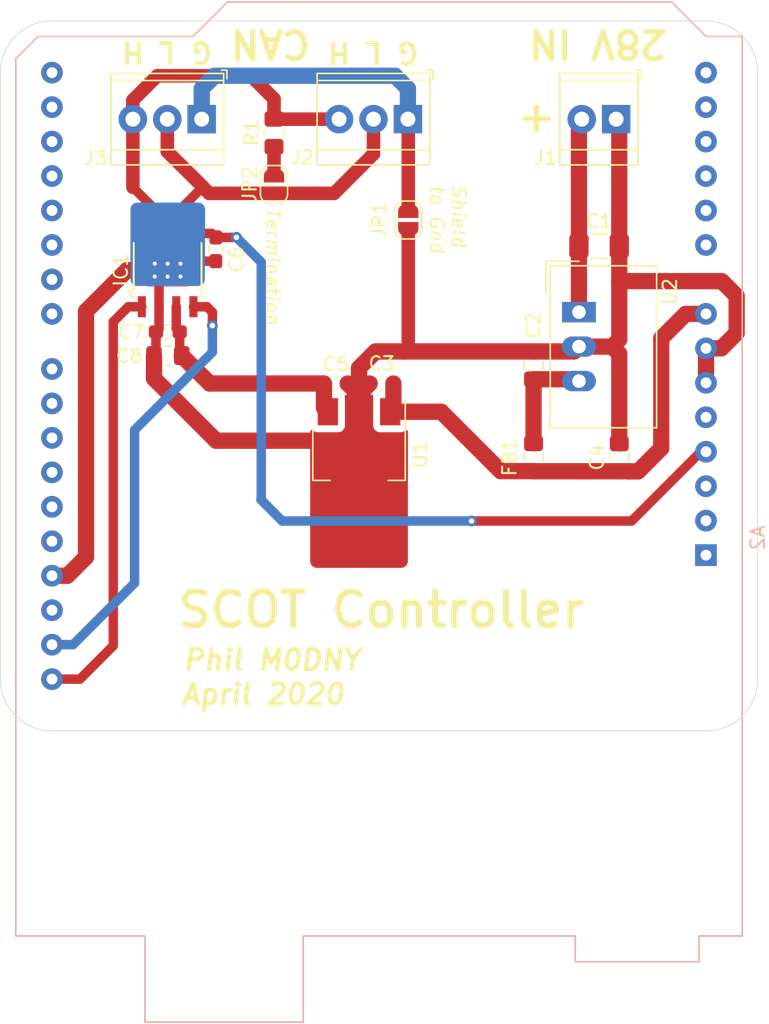
<source format=kicad_pcb>
(kicad_pcb (version 20171130) (host pcbnew 5.1.5-52549c5~86~ubuntu18.04.1)

  (general
    (thickness 1.6)
    (drawings 23)
    (tracks 134)
    (zones 0)
    (modules 19)
    (nets 38)
  )

  (page A4)
  (layers
    (0 F.Cu signal)
    (31 B.Cu signal)
    (32 B.Adhes user)
    (33 F.Adhes user)
    (34 B.Paste user)
    (35 F.Paste user)
    (36 B.SilkS user)
    (37 F.SilkS user)
    (38 B.Mask user)
    (39 F.Mask user)
    (40 Dwgs.User user)
    (41 Cmts.User user)
    (42 Eco1.User user)
    (43 Eco2.User user)
    (44 Edge.Cuts user)
    (45 Margin user)
    (46 B.CrtYd user)
    (47 F.CrtYd user)
    (48 B.Fab user)
    (49 F.Fab user)
  )

  (setup
    (last_trace_width 0.7)
    (user_trace_width 0.35)
    (user_trace_width 0.5)
    (user_trace_width 0.6)
    (user_trace_width 0.7)
    (user_trace_width 1)
    (user_trace_width 1.2)
    (user_trace_width 1.5)
    (user_trace_width 1.8)
    (trace_clearance 0.2)
    (zone_clearance 0.508)
    (zone_45_only no)
    (trace_min 0.2)
    (via_size 0.8)
    (via_drill 0.4)
    (via_min_size 0.4)
    (via_min_drill 0.3)
    (uvia_size 0.3)
    (uvia_drill 0.1)
    (uvias_allowed no)
    (uvia_min_size 0.2)
    (uvia_min_drill 0.1)
    (edge_width 0.05)
    (segment_width 0.2)
    (pcb_text_width 0.3)
    (pcb_text_size 1.5 1.5)
    (mod_edge_width 0.12)
    (mod_text_size 1 1)
    (mod_text_width 0.15)
    (pad_size 1.524 1.524)
    (pad_drill 0.762)
    (pad_to_mask_clearance 0.051)
    (solder_mask_min_width 0.25)
    (aux_axis_origin 0 0)
    (visible_elements FFFFFF7F)
    (pcbplotparams
      (layerselection 0x010fc_ffffffff)
      (usegerberextensions false)
      (usegerberattributes false)
      (usegerberadvancedattributes false)
      (creategerberjobfile true)
      (excludeedgelayer true)
      (linewidth 0.100000)
      (plotframeref false)
      (viasonmask false)
      (mode 1)
      (useauxorigin false)
      (hpglpennumber 1)
      (hpglpenspeed 20)
      (hpglpendiameter 15.000000)
      (psnegative false)
      (psa4output false)
      (plotreference true)
      (plotvalue true)
      (plotinvisibletext false)
      (padsonsilk false)
      (subtractmaskfromsilk false)
      (outputformat 1)
      (mirror false)
      (drillshape 0)
      (scaleselection 1)
      (outputdirectory "cam/"))
  )

  (net 0 "")
  (net 1 "Net-(C1-Pad1)")
  (net 2 "Net-(C2-Pad1)")
  (net 3 /6.5VDC)
  (net 4 GND)
  (net 5 /3V3_HOST)
  (net 6 "Net-(A2-Pad16)")
  (net 7 "Net-(A2-Pad15)")
  (net 8 "Net-(A2-Pad30)")
  (net 9 "Net-(A2-Pad14)")
  (net 10 "Net-(A2-Pad13)")
  (net 11 "Net-(A2-Pad28)")
  (net 12 "Net-(A2-Pad12)")
  (net 13 "Net-(A2-Pad27)")
  (net 14 "Net-(A2-Pad11)")
  (net 15 "Net-(A2-Pad26)")
  (net 16 "Net-(A2-Pad10)")
  (net 17 "Net-(A2-Pad25)")
  (net 18 "Net-(A2-Pad9)")
  (net 19 "Net-(A2-Pad24)")
  (net 20 "Net-(A2-Pad23)")
  (net 21 "Net-(A2-Pad22)")
  (net 22 "Net-(A2-Pad21)")
  (net 23 "Net-(A2-Pad5)")
  (net 24 "Net-(A2-Pad20)")
  (net 25 "Net-(A2-Pad19)")
  (net 26 "Net-(A2-Pad3)")
  (net 27 "Net-(A2-Pad18)")
  (net 28 "Net-(A2-Pad2)")
  (net 29 "Net-(A2-Pad17)")
  (net 30 "Net-(A2-Pad1)")
  (net 31 /5V_CAN)
  (net 32 "Net-(IC1-Pad7)")
  (net 33 "Net-(IC1-Pad6)")
  (net 34 "Net-(J2-Pad1)")
  (net 35 "Net-(JP2-Pad2)")
  (net 36 /CAN_TXD)
  (net 37 /CAN_RXD)

  (net_class Default "This is the default net class."
    (clearance 0.2)
    (trace_width 0.25)
    (via_dia 0.8)
    (via_drill 0.4)
    (uvia_dia 0.3)
    (uvia_drill 0.1)
    (add_net /3V3_HOST)
    (add_net /5V_CAN)
    (add_net /6.5VDC)
    (add_net /CAN_RXD)
    (add_net /CAN_TXD)
    (add_net GND)
    (add_net "Net-(A2-Pad1)")
    (add_net "Net-(A2-Pad10)")
    (add_net "Net-(A2-Pad11)")
    (add_net "Net-(A2-Pad12)")
    (add_net "Net-(A2-Pad13)")
    (add_net "Net-(A2-Pad14)")
    (add_net "Net-(A2-Pad15)")
    (add_net "Net-(A2-Pad16)")
    (add_net "Net-(A2-Pad17)")
    (add_net "Net-(A2-Pad18)")
    (add_net "Net-(A2-Pad19)")
    (add_net "Net-(A2-Pad2)")
    (add_net "Net-(A2-Pad20)")
    (add_net "Net-(A2-Pad21)")
    (add_net "Net-(A2-Pad22)")
    (add_net "Net-(A2-Pad23)")
    (add_net "Net-(A2-Pad24)")
    (add_net "Net-(A2-Pad25)")
    (add_net "Net-(A2-Pad26)")
    (add_net "Net-(A2-Pad27)")
    (add_net "Net-(A2-Pad28)")
    (add_net "Net-(A2-Pad3)")
    (add_net "Net-(A2-Pad30)")
    (add_net "Net-(A2-Pad5)")
    (add_net "Net-(A2-Pad9)")
    (add_net "Net-(C1-Pad1)")
    (add_net "Net-(C2-Pad1)")
    (add_net "Net-(IC1-Pad6)")
    (add_net "Net-(IC1-Pad7)")
    (add_net "Net-(J2-Pad1)")
    (add_net "Net-(JP2-Pad2)")
  )

  (module Capacitor_SMD:C_0603_1608Metric_Pad1.05x0.95mm_HandSolder (layer F.Cu) (tedit 5B301BBE) (tstamp 5E9B86D7)
    (at 219.3912 91.567 180)
    (descr "Capacitor SMD 0603 (1608 Metric), square (rectangular) end terminal, IPC_7351 nominal with elongated pad for handsoldering. (Body size source: http://www.tortai-tech.com/upload/download/2011102023233369053.pdf), generated with kicad-footprint-generator")
    (tags "capacitor handsolder")
    (path /5E9C5577)
    (attr smd)
    (fp_text reference C3 (at -0.0164 1.4732) (layer F.SilkS)
      (effects (font (size 1 1) (thickness 0.15)))
    )
    (fp_text value 1u/6.5V (at 0 1.43) (layer F.Fab) hide
      (effects (font (size 1 1) (thickness 0.15)))
    )
    (fp_text user %R (at 0 0) (layer F.Fab)
      (effects (font (size 0.4 0.4) (thickness 0.06)))
    )
    (fp_line (start 1.65 0.73) (end -1.65 0.73) (layer F.CrtYd) (width 0.05))
    (fp_line (start 1.65 -0.73) (end 1.65 0.73) (layer F.CrtYd) (width 0.05))
    (fp_line (start -1.65 -0.73) (end 1.65 -0.73) (layer F.CrtYd) (width 0.05))
    (fp_line (start -1.65 0.73) (end -1.65 -0.73) (layer F.CrtYd) (width 0.05))
    (fp_line (start -0.171267 0.51) (end 0.171267 0.51) (layer F.SilkS) (width 0.12))
    (fp_line (start -0.171267 -0.51) (end 0.171267 -0.51) (layer F.SilkS) (width 0.12))
    (fp_line (start 0.8 0.4) (end -0.8 0.4) (layer F.Fab) (width 0.1))
    (fp_line (start 0.8 -0.4) (end 0.8 0.4) (layer F.Fab) (width 0.1))
    (fp_line (start -0.8 -0.4) (end 0.8 -0.4) (layer F.Fab) (width 0.1))
    (fp_line (start -0.8 0.4) (end -0.8 -0.4) (layer F.Fab) (width 0.1))
    (pad 2 smd roundrect (at 0.875 0 180) (size 1.05 0.95) (layers F.Cu F.Paste F.Mask) (roundrect_rratio 0.25)
      (net 4 GND))
    (pad 1 smd roundrect (at -0.875 0 180) (size 1.05 0.95) (layers F.Cu F.Paste F.Mask) (roundrect_rratio 0.25)
      (net 3 /6.5VDC))
    (model ${KISYS3DMOD}/Capacitor_SMD.3dshapes/C_0603_1608Metric.wrl
      (at (xyz 0 0 0))
      (scale (xyz 1 1 1))
      (rotate (xyz 0 0 0))
    )
  )

  (module agg-kicad:SOIC-8-EP (layer F.Cu) (tedit 5CBF8375) (tstamp 5E9BE3CA)
    (at 203.6064 83.2104 90)
    (path /5E9CE61E)
    (fp_text reference IC1 (at 0 -3.45 90) (layer F.SilkS)
      (effects (font (size 1 1) (thickness 0.15)))
    )
    (fp_text value MCP2562 (at 0 3.45 90) (layer F.Fab) hide
      (effects (font (size 1 1) (thickness 0.15)))
    )
    (fp_line (start -3.75 2.75) (end -3.75 -2.75) (layer F.CrtYd) (width 0.01))
    (fp_line (start 3.75 2.75) (end -3.75 2.75) (layer F.CrtYd) (width 0.01))
    (fp_line (start 3.75 -2.75) (end 3.75 2.75) (layer F.CrtYd) (width 0.01))
    (fp_line (start -3.75 -2.75) (end 3.75 -2.75) (layer F.CrtYd) (width 0.01))
    (fp_arc (start -1.7 -2.5) (end -2 -2.5) (angle 180) (layer F.SilkS) (width 0.15))
    (fp_line (start -2 2.5) (end 2 2.5) (layer F.SilkS) (width 0.15))
    (fp_line (start -1.4 -2.5) (end 2 -2.5) (layer F.SilkS) (width 0.15))
    (fp_line (start 3.1 -1.655) (end 2 -1.655) (layer F.Fab) (width 0.01))
    (fp_line (start 3.1 -2.155) (end 3.1 -1.655) (layer F.Fab) (width 0.01))
    (fp_line (start 2 -2.155) (end 3.1 -2.155) (layer F.Fab) (width 0.01))
    (fp_line (start 3.1 -0.385) (end 2 -0.385) (layer F.Fab) (width 0.01))
    (fp_line (start 3.1 -0.885) (end 3.1 -0.385) (layer F.Fab) (width 0.01))
    (fp_line (start 2 -0.885) (end 3.1 -0.885) (layer F.Fab) (width 0.01))
    (fp_line (start 3.1 0.885) (end 2 0.885) (layer F.Fab) (width 0.01))
    (fp_line (start 3.1 0.385) (end 3.1 0.885) (layer F.Fab) (width 0.01))
    (fp_line (start 2 0.385) (end 3.1 0.385) (layer F.Fab) (width 0.01))
    (fp_line (start 3.1 2.155) (end 2 2.155) (layer F.Fab) (width 0.01))
    (fp_line (start 3.1 1.655) (end 3.1 2.155) (layer F.Fab) (width 0.01))
    (fp_line (start 2 1.655) (end 3.1 1.655) (layer F.Fab) (width 0.01))
    (fp_line (start -3.1 2.155) (end -3.1 1.655) (layer F.Fab) (width 0.01))
    (fp_line (start -2 2.155) (end -3.1 2.155) (layer F.Fab) (width 0.01))
    (fp_line (start -3.1 1.655) (end -2 1.655) (layer F.Fab) (width 0.01))
    (fp_line (start -3.1 0.885) (end -3.1 0.385) (layer F.Fab) (width 0.01))
    (fp_line (start -2 0.885) (end -3.1 0.885) (layer F.Fab) (width 0.01))
    (fp_line (start -3.1 0.385) (end -2 0.385) (layer F.Fab) (width 0.01))
    (fp_line (start -3.1 -0.385) (end -3.1 -0.885) (layer F.Fab) (width 0.01))
    (fp_line (start -2 -0.385) (end -3.1 -0.385) (layer F.Fab) (width 0.01))
    (fp_line (start -3.1 -0.885) (end -2 -0.885) (layer F.Fab) (width 0.01))
    (fp_line (start -3.1 -1.655) (end -3.1 -2.155) (layer F.Fab) (width 0.01))
    (fp_line (start -2 -1.655) (end -3.1 -1.655) (layer F.Fab) (width 0.01))
    (fp_line (start -3.1 -2.155) (end -2 -2.155) (layer F.Fab) (width 0.01))
    (fp_circle (center -1.2 -1.7) (end -1.2 -1.3) (layer F.Fab) (width 0.01))
    (fp_line (start -2 2.5) (end -2 -2.5) (layer F.Fab) (width 0.01))
    (fp_line (start 2 2.5) (end -2 2.5) (layer F.Fab) (width 0.01))
    (fp_line (start 2 -2.5) (end 2 2.5) (layer F.Fab) (width 0.01))
    (fp_line (start -2 -2.5) (end 2 -2.5) (layer F.Fab) (width 0.01))
    (pad EP smd rect (at 0 0 90) (size 2.4 3.1) (layers F.Cu F.Paste F.Mask)
      (net 4 GND) (solder_mask_margin 0.001) (solder_paste_margin 0.001))
    (pad EP thru_hole circle (at 0.475 0.95 90) (size 0.65 0.65) (drill 0.3) (layers *.Cu)
      (net 4 GND) (zone_connect 2))
    (pad EP thru_hole circle (at 0.475 0 90) (size 0.65 0.65) (drill 0.3) (layers *.Cu)
      (net 4 GND) (zone_connect 2))
    (pad EP thru_hole circle (at 0.475 -0.95 90) (size 0.65 0.65) (drill 0.3) (layers *.Cu)
      (net 4 GND) (zone_connect 2))
    (pad EP thru_hole circle (at -0.475 0.95 90) (size 0.65 0.65) (drill 0.3) (layers *.Cu)
      (net 4 GND) (zone_connect 2))
    (pad EP thru_hole circle (at -0.475 0 90) (size 0.65 0.65) (drill 0.3) (layers *.Cu)
      (net 4 GND) (zone_connect 2))
    (pad EP thru_hole circle (at -0.475 -0.95 90) (size 0.65 0.65) (drill 0.3) (layers *.Cu)
      (net 4 GND) (zone_connect 2))
    (pad 8 smd rect (at 2.7 -1.905 90) (size 1.55 0.6) (layers F.Cu F.Paste F.Mask)
      (net 4 GND))
    (pad 7 smd rect (at 2.7 -0.635 90) (size 1.55 0.6) (layers F.Cu F.Paste F.Mask)
      (net 32 "Net-(IC1-Pad7)"))
    (pad 6 smd rect (at 2.7 0.635 90) (size 1.55 0.6) (layers F.Cu F.Paste F.Mask)
      (net 33 "Net-(IC1-Pad6)"))
    (pad 5 smd rect (at 2.7 1.905 90) (size 1.55 0.6) (layers F.Cu F.Paste F.Mask)
      (net 5 /3V3_HOST))
    (pad 4 smd rect (at -2.7 1.905 90) (size 1.55 0.6) (layers F.Cu F.Paste F.Mask)
      (net 36 /CAN_TXD))
    (pad 3 smd rect (at -2.7 0.635 90) (size 1.55 0.6) (layers F.Cu F.Paste F.Mask)
      (net 31 /5V_CAN))
    (pad 2 smd rect (at -2.7 -0.635 90) (size 1.55 0.6) (layers F.Cu F.Paste F.Mask)
      (net 4 GND))
    (pad 1 smd rect (at -2.7 -1.905 90) (size 1.55 0.6) (layers F.Cu F.Paste F.Mask)
      (net 37 /CAN_RXD))
    (model ${KISYS3DMOD}/Housings_SOIC.3dshapes/SOIC-8_3.9x4.9mm_Pitch1.27mm.wrl
      (at (xyz 0 0 0))
      (scale (xyz 1 1 1))
      (rotate (xyz 0 0 0))
    )
  )

  (module Package_TO_SOT_SMD:SOT-223-3_TabPin2 (layer F.Cu) (tedit 5A02FF57) (tstamp 5E9B87F0)
    (at 217.7288 96.799 270)
    (descr "module CMS SOT223 4 pins")
    (tags "CMS SOT")
    (path /5EA29F7D)
    (attr smd)
    (fp_text reference U1 (at 0 -4.5 90) (layer F.SilkS)
      (effects (font (size 1 1) (thickness 0.15)))
    )
    (fp_text value MCP1703A-5002_SOT223 (at 0 4.5 90) (layer F.Fab) hide
      (effects (font (size 1 1) (thickness 0.15)))
    )
    (fp_line (start 1.85 -3.35) (end 1.85 3.35) (layer F.Fab) (width 0.1))
    (fp_line (start -1.85 3.35) (end 1.85 3.35) (layer F.Fab) (width 0.1))
    (fp_line (start -4.1 -3.41) (end 1.91 -3.41) (layer F.SilkS) (width 0.12))
    (fp_line (start -0.85 -3.35) (end 1.85 -3.35) (layer F.Fab) (width 0.1))
    (fp_line (start -1.85 3.41) (end 1.91 3.41) (layer F.SilkS) (width 0.12))
    (fp_line (start -1.85 -2.35) (end -1.85 3.35) (layer F.Fab) (width 0.1))
    (fp_line (start -1.85 -2.35) (end -0.85 -3.35) (layer F.Fab) (width 0.1))
    (fp_line (start -4.4 -3.6) (end -4.4 3.6) (layer F.CrtYd) (width 0.05))
    (fp_line (start -4.4 3.6) (end 4.4 3.6) (layer F.CrtYd) (width 0.05))
    (fp_line (start 4.4 3.6) (end 4.4 -3.6) (layer F.CrtYd) (width 0.05))
    (fp_line (start 4.4 -3.6) (end -4.4 -3.6) (layer F.CrtYd) (width 0.05))
    (fp_line (start 1.91 -3.41) (end 1.91 -2.15) (layer F.SilkS) (width 0.12))
    (fp_line (start 1.91 3.41) (end 1.91 2.15) (layer F.SilkS) (width 0.12))
    (fp_text user %R (at 0 0) (layer F.Fab)
      (effects (font (size 0.8 0.8) (thickness 0.12)))
    )
    (pad 1 smd rect (at -3.15 -2.3 270) (size 2 1.5) (layers F.Cu F.Paste F.Mask)
      (net 3 /6.5VDC))
    (pad 3 smd rect (at -3.15 2.3 270) (size 2 1.5) (layers F.Cu F.Paste F.Mask)
      (net 31 /5V_CAN))
    (pad 2 smd rect (at -3.15 0 270) (size 2 1.5) (layers F.Cu F.Paste F.Mask)
      (net 4 GND))
    (pad 2 smd rect (at 3.15 0 270) (size 2 3.8) (layers F.Cu F.Paste F.Mask)
      (net 4 GND))
    (model ${KISYS3DMOD}/Package_TO_SOT_SMD.3dshapes/SOT-223.wrl
      (at (xyz 0 0 0))
      (scale (xyz 1 1 1))
      (rotate (xyz 0 0 0))
    )
  )

  (module Resistor_SMD:R_0805_2012Metric_Pad1.15x1.40mm_HandSolder (layer F.Cu) (tedit 5B36C52B) (tstamp 5E9B87DA)
    (at 211.455 73.0922 90)
    (descr "Resistor SMD 0805 (2012 Metric), square (rectangular) end terminal, IPC_7351 nominal with elongated pad for handsoldering. (Body size source: https://docs.google.com/spreadsheets/d/1BsfQQcO9C6DZCsRaXUlFlo91Tg2WpOkGARC1WS5S8t0/edit?usp=sharing), generated with kicad-footprint-generator")
    (tags "resistor handsolder")
    (path /5E9FAE67)
    (attr smd)
    (fp_text reference R1 (at 0 -1.65 90) (layer F.SilkS)
      (effects (font (size 1 1) (thickness 0.15)))
    )
    (fp_text value R (at 0 1.65 90) (layer F.Fab) hide
      (effects (font (size 1 1) (thickness 0.15)))
    )
    (fp_text user %R (at 0 0 90) (layer F.Fab)
      (effects (font (size 0.5 0.5) (thickness 0.08)))
    )
    (fp_line (start 1.85 0.95) (end -1.85 0.95) (layer F.CrtYd) (width 0.05))
    (fp_line (start 1.85 -0.95) (end 1.85 0.95) (layer F.CrtYd) (width 0.05))
    (fp_line (start -1.85 -0.95) (end 1.85 -0.95) (layer F.CrtYd) (width 0.05))
    (fp_line (start -1.85 0.95) (end -1.85 -0.95) (layer F.CrtYd) (width 0.05))
    (fp_line (start -0.261252 0.71) (end 0.261252 0.71) (layer F.SilkS) (width 0.12))
    (fp_line (start -0.261252 -0.71) (end 0.261252 -0.71) (layer F.SilkS) (width 0.12))
    (fp_line (start 1 0.6) (end -1 0.6) (layer F.Fab) (width 0.1))
    (fp_line (start 1 -0.6) (end 1 0.6) (layer F.Fab) (width 0.1))
    (fp_line (start -1 -0.6) (end 1 -0.6) (layer F.Fab) (width 0.1))
    (fp_line (start -1 0.6) (end -1 -0.6) (layer F.Fab) (width 0.1))
    (pad 2 smd roundrect (at 1.025 0 90) (size 1.15 1.4) (layers F.Cu F.Paste F.Mask) (roundrect_rratio 0.217391)
      (net 32 "Net-(IC1-Pad7)"))
    (pad 1 smd roundrect (at -1.025 0 90) (size 1.15 1.4) (layers F.Cu F.Paste F.Mask) (roundrect_rratio 0.217391)
      (net 35 "Net-(JP2-Pad2)"))
    (model ${KISYS3DMOD}/Resistor_SMD.3dshapes/R_0805_2012Metric.wrl
      (at (xyz 0 0 0))
      (scale (xyz 1 1 1))
      (rotate (xyz 0 0 0))
    )
  )

  (module Jumper:SolderJumper-2_P1.3mm_Open_RoundedPad1.0x1.5mm (layer F.Cu) (tedit 5B391E66) (tstamp 5E9B87C9)
    (at 211.455 76.9008 90)
    (descr "SMD Solder Jumper, 1x1.5mm, rounded Pads, 0.3mm gap, open")
    (tags "solder jumper open")
    (path /5E9FA1C5)
    (attr virtual)
    (fp_text reference JP2 (at 0 -1.8 90) (layer F.SilkS)
      (effects (font (size 1 1) (thickness 0.15)))
    )
    (fp_text value SolderJumper_2_Open (at 0 1.9 90) (layer F.Fab) hide
      (effects (font (size 1 1) (thickness 0.15)))
    )
    (fp_line (start 1.65 1.25) (end -1.65 1.25) (layer F.CrtYd) (width 0.05))
    (fp_line (start 1.65 1.25) (end 1.65 -1.25) (layer F.CrtYd) (width 0.05))
    (fp_line (start -1.65 -1.25) (end -1.65 1.25) (layer F.CrtYd) (width 0.05))
    (fp_line (start -1.65 -1.25) (end 1.65 -1.25) (layer F.CrtYd) (width 0.05))
    (fp_line (start -0.7 -1) (end 0.7 -1) (layer F.SilkS) (width 0.12))
    (fp_line (start 1.4 -0.3) (end 1.4 0.3) (layer F.SilkS) (width 0.12))
    (fp_line (start 0.7 1) (end -0.7 1) (layer F.SilkS) (width 0.12))
    (fp_line (start -1.4 0.3) (end -1.4 -0.3) (layer F.SilkS) (width 0.12))
    (fp_arc (start -0.7 -0.3) (end -0.7 -1) (angle -90) (layer F.SilkS) (width 0.12))
    (fp_arc (start -0.7 0.3) (end -1.4 0.3) (angle -90) (layer F.SilkS) (width 0.12))
    (fp_arc (start 0.7 0.3) (end 0.7 1) (angle -90) (layer F.SilkS) (width 0.12))
    (fp_arc (start 0.7 -0.3) (end 1.4 -0.3) (angle -90) (layer F.SilkS) (width 0.12))
    (pad 2 smd custom (at 0.65 0 90) (size 1 0.5) (layers F.Cu F.Mask)
      (net 35 "Net-(JP2-Pad2)") (zone_connect 2)
      (options (clearance outline) (anchor rect))
      (primitives
        (gr_circle (center 0 0.25) (end 0.5 0.25) (width 0))
        (gr_circle (center 0 -0.25) (end 0.5 -0.25) (width 0))
        (gr_poly (pts
           (xy 0 -0.75) (xy -0.5 -0.75) (xy -0.5 0.75) (xy 0 0.75)) (width 0))
      ))
    (pad 1 smd custom (at -0.65 0 90) (size 1 0.5) (layers F.Cu F.Mask)
      (net 33 "Net-(IC1-Pad6)") (zone_connect 2)
      (options (clearance outline) (anchor rect))
      (primitives
        (gr_circle (center 0 0.25) (end 0.5 0.25) (width 0))
        (gr_circle (center 0 -0.25) (end 0.5 -0.25) (width 0))
        (gr_poly (pts
           (xy 0 -0.75) (xy 0.5 -0.75) (xy 0.5 0.75) (xy 0 0.75)) (width 0))
      ))
  )

  (module Jumper:SolderJumper-2_P1.3mm_Open_RoundedPad1.0x1.5mm (layer F.Cu) (tedit 5B391E66) (tstamp 5E9B87B7)
    (at 221.361 79.517 270)
    (descr "SMD Solder Jumper, 1x1.5mm, rounded Pads, 0.3mm gap, open")
    (tags "solder jumper open")
    (path /5EA1BD70)
    (attr virtual)
    (fp_text reference JP1 (at -0.015 2.1336 90) (layer F.SilkS)
      (effects (font (size 1 1) (thickness 0.15)))
    )
    (fp_text value SolderJumper_2_Open (at 0 1.9 90) (layer F.Fab) hide
      (effects (font (size 1 1) (thickness 0.15)))
    )
    (fp_line (start 1.65 1.25) (end -1.65 1.25) (layer F.CrtYd) (width 0.05))
    (fp_line (start 1.65 1.25) (end 1.65 -1.25) (layer F.CrtYd) (width 0.05))
    (fp_line (start -1.65 -1.25) (end -1.65 1.25) (layer F.CrtYd) (width 0.05))
    (fp_line (start -1.65 -1.25) (end 1.65 -1.25) (layer F.CrtYd) (width 0.05))
    (fp_line (start -0.7 -1) (end 0.7 -1) (layer F.SilkS) (width 0.12))
    (fp_line (start 1.4 -0.3) (end 1.4 0.3) (layer F.SilkS) (width 0.12))
    (fp_line (start 0.7 1) (end -0.7 1) (layer F.SilkS) (width 0.12))
    (fp_line (start -1.4 0.3) (end -1.4 -0.3) (layer F.SilkS) (width 0.12))
    (fp_arc (start -0.7 -0.3) (end -0.7 -1) (angle -90) (layer F.SilkS) (width 0.12))
    (fp_arc (start -0.7 0.3) (end -1.4 0.3) (angle -90) (layer F.SilkS) (width 0.12))
    (fp_arc (start 0.7 0.3) (end 0.7 1) (angle -90) (layer F.SilkS) (width 0.12))
    (fp_arc (start 0.7 -0.3) (end 1.4 -0.3) (angle -90) (layer F.SilkS) (width 0.12))
    (pad 2 smd custom (at 0.65 0 270) (size 1 0.5) (layers F.Cu F.Mask)
      (net 4 GND) (zone_connect 2)
      (options (clearance outline) (anchor rect))
      (primitives
        (gr_circle (center 0 0.25) (end 0.5 0.25) (width 0))
        (gr_circle (center 0 -0.25) (end 0.5 -0.25) (width 0))
        (gr_poly (pts
           (xy 0 -0.75) (xy -0.5 -0.75) (xy -0.5 0.75) (xy 0 0.75)) (width 0))
      ))
    (pad 1 smd custom (at -0.65 0 270) (size 1 0.5) (layers F.Cu F.Mask)
      (net 34 "Net-(J2-Pad1)") (zone_connect 2)
      (options (clearance outline) (anchor rect))
      (primitives
        (gr_circle (center 0 0.25) (end 0.5 0.25) (width 0))
        (gr_circle (center 0 -0.25) (end 0.5 -0.25) (width 0))
        (gr_poly (pts
           (xy 0 -0.75) (xy 0.5 -0.75) (xy 0.5 0.75) (xy 0 0.75)) (width 0))
      ))
  )

  (module TerminalBlock_TE-Connectivity:TerminalBlock_TE_282834-3_1x03_P2.54mm_Horizontal (layer F.Cu) (tedit 5B1EC513) (tstamp 5E9B87A5)
    (at 206.121 72.0852 180)
    (descr "Terminal Block TE 282834-3, 3 pins, pitch 2.54mm, size 8.08x6.5mm^2, drill diamater 1.1mm, pad diameter 2.1mm, see http://www.te.com/commerce/DocumentDelivery/DDEController?Action=showdoc&DocId=Customer+Drawing%7F282834%7FC1%7Fpdf%7FEnglish%7FENG_CD_282834_C1.pdf, script-generated using https://github.com/pointhi/kicad-footprint-generator/scripts/TerminalBlock_TE-Connectivity")
    (tags "THT Terminal Block TE 282834-3 pitch 2.54mm size 8.08x6.5mm^2 drill 1.1mm pad 2.1mm")
    (path /5E9BD723)
    (fp_text reference J3 (at 7.8232 -2.8702) (layer F.SilkS)
      (effects (font (size 1 1) (thickness 0.15)))
    )
    (fp_text value Conn_01x03_Female (at 2.54 4.37) (layer F.Fab) hide
      (effects (font (size 1 1) (thickness 0.15)))
    )
    (fp_text user %R (at 2.54 2) (layer F.Fab)
      (effects (font (size 1 1) (thickness 0.15)))
    )
    (fp_line (start 7.08 -3.75) (end -2 -3.75) (layer F.CrtYd) (width 0.05))
    (fp_line (start 7.08 3.75) (end 7.08 -3.75) (layer F.CrtYd) (width 0.05))
    (fp_line (start -2 3.75) (end 7.08 3.75) (layer F.CrtYd) (width 0.05))
    (fp_line (start -2 -3.75) (end -2 3.75) (layer F.CrtYd) (width 0.05))
    (fp_line (start -1.86 3.61) (end -1.46 3.61) (layer F.SilkS) (width 0.12))
    (fp_line (start -1.86 2.97) (end -1.86 3.61) (layer F.SilkS) (width 0.12))
    (fp_line (start 5.781 -0.835) (end 4.246 0.7) (layer F.Fab) (width 0.1))
    (fp_line (start 5.915 -0.7) (end 4.38 0.835) (layer F.Fab) (width 0.1))
    (fp_line (start 3.241 -0.835) (end 1.706 0.7) (layer F.Fab) (width 0.1))
    (fp_line (start 3.375 -0.7) (end 1.84 0.835) (layer F.Fab) (width 0.1))
    (fp_line (start 0.701 -0.835) (end -0.835 0.7) (layer F.Fab) (width 0.1))
    (fp_line (start 0.835 -0.7) (end -0.701 0.835) (layer F.Fab) (width 0.1))
    (fp_line (start 6.7 -3.37) (end 6.7 3.37) (layer F.SilkS) (width 0.12))
    (fp_line (start -1.62 -3.37) (end -1.62 3.37) (layer F.SilkS) (width 0.12))
    (fp_line (start -1.62 3.37) (end 6.7 3.37) (layer F.SilkS) (width 0.12))
    (fp_line (start -1.62 -3.37) (end 6.7 -3.37) (layer F.SilkS) (width 0.12))
    (fp_line (start -1.62 -2.25) (end 6.7 -2.25) (layer F.SilkS) (width 0.12))
    (fp_line (start -1.5 -2.25) (end 6.58 -2.25) (layer F.Fab) (width 0.1))
    (fp_line (start -1.62 2.85) (end 6.7 2.85) (layer F.SilkS) (width 0.12))
    (fp_line (start -1.5 2.85) (end 6.58 2.85) (layer F.Fab) (width 0.1))
    (fp_line (start -1.5 2.85) (end -1.5 -3.25) (layer F.Fab) (width 0.1))
    (fp_line (start -1.1 3.25) (end -1.5 2.85) (layer F.Fab) (width 0.1))
    (fp_line (start 6.58 3.25) (end -1.1 3.25) (layer F.Fab) (width 0.1))
    (fp_line (start 6.58 -3.25) (end 6.58 3.25) (layer F.Fab) (width 0.1))
    (fp_line (start -1.5 -3.25) (end 6.58 -3.25) (layer F.Fab) (width 0.1))
    (fp_circle (center 5.08 0) (end 6.18 0) (layer F.Fab) (width 0.1))
    (fp_circle (center 2.54 0) (end 3.64 0) (layer F.Fab) (width 0.1))
    (fp_circle (center 0 0) (end 1.1 0) (layer F.Fab) (width 0.1))
    (pad 3 thru_hole circle (at 5.08 0 180) (size 2.1 2.1) (drill 1.1) (layers *.Cu *.Mask)
      (net 32 "Net-(IC1-Pad7)"))
    (pad 2 thru_hole circle (at 2.54 0 180) (size 2.1 2.1) (drill 1.1) (layers *.Cu *.Mask)
      (net 33 "Net-(IC1-Pad6)"))
    (pad 1 thru_hole rect (at 0 0 180) (size 2.1 2.1) (drill 1.1) (layers *.Cu *.Mask)
      (net 34 "Net-(J2-Pad1)"))
    (model ${KISYS3DMOD}/TerminalBlock_TE-Connectivity.3dshapes/TerminalBlock_TE_282834-3_1x03_P2.54mm_Horizontal.wrl
      (at (xyz 0 0 0))
      (scale (xyz 1 1 1))
      (rotate (xyz 0 0 0))
    )
  )

  (module TerminalBlock_TE-Connectivity:TerminalBlock_TE_282834-3_1x03_P2.54mm_Horizontal (layer F.Cu) (tedit 5B1EC513) (tstamp 5E9B8781)
    (at 221.3356 72.0852 180)
    (descr "Terminal Block TE 282834-3, 3 pins, pitch 2.54mm, size 8.08x6.5mm^2, drill diamater 1.1mm, pad diameter 2.1mm, see http://www.te.com/commerce/DocumentDelivery/DDEController?Action=showdoc&DocId=Customer+Drawing%7F282834%7FC1%7Fpdf%7FEnglish%7FENG_CD_282834_C1.pdf, script-generated using https://github.com/pointhi/kicad-footprint-generator/scripts/TerminalBlock_TE-Connectivity")
    (tags "THT Terminal Block TE 282834-3 pitch 2.54mm size 8.08x6.5mm^2 drill 1.1mm pad 2.1mm")
    (path /5E9BCC94)
    (fp_text reference J2 (at 7.7978 -2.8194) (layer F.SilkS)
      (effects (font (size 1 1) (thickness 0.15)))
    )
    (fp_text value Conn_01x03_Female (at 2.54 4.37) (layer F.Fab) hide
      (effects (font (size 1 1) (thickness 0.15)))
    )
    (fp_text user %R (at 2.54 2) (layer F.Fab)
      (effects (font (size 1 1) (thickness 0.15)))
    )
    (fp_line (start 7.08 -3.75) (end -2 -3.75) (layer F.CrtYd) (width 0.05))
    (fp_line (start 7.08 3.75) (end 7.08 -3.75) (layer F.CrtYd) (width 0.05))
    (fp_line (start -2 3.75) (end 7.08 3.75) (layer F.CrtYd) (width 0.05))
    (fp_line (start -2 -3.75) (end -2 3.75) (layer F.CrtYd) (width 0.05))
    (fp_line (start -1.86 3.61) (end -1.46 3.61) (layer F.SilkS) (width 0.12))
    (fp_line (start -1.86 2.97) (end -1.86 3.61) (layer F.SilkS) (width 0.12))
    (fp_line (start 5.781 -0.835) (end 4.246 0.7) (layer F.Fab) (width 0.1))
    (fp_line (start 5.915 -0.7) (end 4.38 0.835) (layer F.Fab) (width 0.1))
    (fp_line (start 3.241 -0.835) (end 1.706 0.7) (layer F.Fab) (width 0.1))
    (fp_line (start 3.375 -0.7) (end 1.84 0.835) (layer F.Fab) (width 0.1))
    (fp_line (start 0.701 -0.835) (end -0.835 0.7) (layer F.Fab) (width 0.1))
    (fp_line (start 0.835 -0.7) (end -0.701 0.835) (layer F.Fab) (width 0.1))
    (fp_line (start 6.7 -3.37) (end 6.7 3.37) (layer F.SilkS) (width 0.12))
    (fp_line (start -1.62 -3.37) (end -1.62 3.37) (layer F.SilkS) (width 0.12))
    (fp_line (start -1.62 3.37) (end 6.7 3.37) (layer F.SilkS) (width 0.12))
    (fp_line (start -1.62 -3.37) (end 6.7 -3.37) (layer F.SilkS) (width 0.12))
    (fp_line (start -1.62 -2.25) (end 6.7 -2.25) (layer F.SilkS) (width 0.12))
    (fp_line (start -1.5 -2.25) (end 6.58 -2.25) (layer F.Fab) (width 0.1))
    (fp_line (start -1.62 2.85) (end 6.7 2.85) (layer F.SilkS) (width 0.12))
    (fp_line (start -1.5 2.85) (end 6.58 2.85) (layer F.Fab) (width 0.1))
    (fp_line (start -1.5 2.85) (end -1.5 -3.25) (layer F.Fab) (width 0.1))
    (fp_line (start -1.1 3.25) (end -1.5 2.85) (layer F.Fab) (width 0.1))
    (fp_line (start 6.58 3.25) (end -1.1 3.25) (layer F.Fab) (width 0.1))
    (fp_line (start 6.58 -3.25) (end 6.58 3.25) (layer F.Fab) (width 0.1))
    (fp_line (start -1.5 -3.25) (end 6.58 -3.25) (layer F.Fab) (width 0.1))
    (fp_circle (center 5.08 0) (end 6.18 0) (layer F.Fab) (width 0.1))
    (fp_circle (center 2.54 0) (end 3.64 0) (layer F.Fab) (width 0.1))
    (fp_circle (center 0 0) (end 1.1 0) (layer F.Fab) (width 0.1))
    (pad 3 thru_hole circle (at 5.08 0 180) (size 2.1 2.1) (drill 1.1) (layers *.Cu *.Mask)
      (net 32 "Net-(IC1-Pad7)"))
    (pad 2 thru_hole circle (at 2.54 0 180) (size 2.1 2.1) (drill 1.1) (layers *.Cu *.Mask)
      (net 33 "Net-(IC1-Pad6)"))
    (pad 1 thru_hole rect (at 0 0 180) (size 2.1 2.1) (drill 1.1) (layers *.Cu *.Mask)
      (net 34 "Net-(J2-Pad1)"))
    (model ${KISYS3DMOD}/TerminalBlock_TE-Connectivity.3dshapes/TerminalBlock_TE_282834-3_1x03_P2.54mm_Horizontal.wrl
      (at (xyz 0 0 0))
      (scale (xyz 1 1 1))
      (rotate (xyz 0 0 0))
    )
  )

  (module TerminalBlock_TE-Connectivity:TerminalBlock_TE_282834-2_1x02_P2.54mm_Horizontal (layer F.Cu) (tedit 5B1EC513) (tstamp 5E9B875D)
    (at 236.7026 72.0852 180)
    (descr "Terminal Block TE 282834-2, 2 pins, pitch 2.54mm, size 5.54x6.5mm^2, drill diamater 1.1mm, pad diameter 2.1mm, see http://www.te.com/commerce/DocumentDelivery/DDEController?Action=showdoc&DocId=Customer+Drawing%7F282834%7FC1%7Fpdf%7FEnglish%7FENG_CD_282834_C1.pdf, script-generated using https://github.com/pointhi/kicad-footprint-generator/scripts/TerminalBlock_TE-Connectivity")
    (tags "THT Terminal Block TE 282834-2 pitch 2.54mm size 5.54x6.5mm^2 drill 1.1mm pad 2.1mm")
    (path /5E9B11BA)
    (fp_text reference J1 (at 5.207 -2.8448) (layer F.SilkS)
      (effects (font (size 1 1) (thickness 0.15)))
    )
    (fp_text value Conn_01x02_Female (at 1.27 4.37) (layer F.Fab) hide
      (effects (font (size 1 1) (thickness 0.15)))
    )
    (fp_text user %R (at 1.27 2) (layer F.Fab)
      (effects (font (size 1 1) (thickness 0.15)))
    )
    (fp_line (start 4.54 -3.75) (end -2 -3.75) (layer F.CrtYd) (width 0.05))
    (fp_line (start 4.54 3.75) (end 4.54 -3.75) (layer F.CrtYd) (width 0.05))
    (fp_line (start -2 3.75) (end 4.54 3.75) (layer F.CrtYd) (width 0.05))
    (fp_line (start -2 -3.75) (end -2 3.75) (layer F.CrtYd) (width 0.05))
    (fp_line (start -1.86 3.61) (end -1.46 3.61) (layer F.SilkS) (width 0.12))
    (fp_line (start -1.86 2.97) (end -1.86 3.61) (layer F.SilkS) (width 0.12))
    (fp_line (start 3.241 -0.835) (end 1.706 0.7) (layer F.Fab) (width 0.1))
    (fp_line (start 3.375 -0.7) (end 1.84 0.835) (layer F.Fab) (width 0.1))
    (fp_line (start 0.701 -0.835) (end -0.835 0.7) (layer F.Fab) (width 0.1))
    (fp_line (start 0.835 -0.7) (end -0.701 0.835) (layer F.Fab) (width 0.1))
    (fp_line (start 4.16 -3.37) (end 4.16 3.37) (layer F.SilkS) (width 0.12))
    (fp_line (start -1.62 -3.37) (end -1.62 3.37) (layer F.SilkS) (width 0.12))
    (fp_line (start -1.62 3.37) (end 4.16 3.37) (layer F.SilkS) (width 0.12))
    (fp_line (start -1.62 -3.37) (end 4.16 -3.37) (layer F.SilkS) (width 0.12))
    (fp_line (start -1.62 -2.25) (end 4.16 -2.25) (layer F.SilkS) (width 0.12))
    (fp_line (start -1.5 -2.25) (end 4.04 -2.25) (layer F.Fab) (width 0.1))
    (fp_line (start -1.62 2.85) (end 4.16 2.85) (layer F.SilkS) (width 0.12))
    (fp_line (start -1.5 2.85) (end 4.04 2.85) (layer F.Fab) (width 0.1))
    (fp_line (start -1.5 2.85) (end -1.5 -3.25) (layer F.Fab) (width 0.1))
    (fp_line (start -1.1 3.25) (end -1.5 2.85) (layer F.Fab) (width 0.1))
    (fp_line (start 4.04 3.25) (end -1.1 3.25) (layer F.Fab) (width 0.1))
    (fp_line (start 4.04 -3.25) (end 4.04 3.25) (layer F.Fab) (width 0.1))
    (fp_line (start -1.5 -3.25) (end 4.04 -3.25) (layer F.Fab) (width 0.1))
    (fp_circle (center 2.54 0) (end 3.64 0) (layer F.Fab) (width 0.1))
    (fp_circle (center 0 0) (end 1.1 0) (layer F.Fab) (width 0.1))
    (pad 2 thru_hole circle (at 2.54 0 180) (size 2.1 2.1) (drill 1.1) (layers *.Cu *.Mask)
      (net 1 "Net-(C1-Pad1)"))
    (pad 1 thru_hole rect (at 0 0 180) (size 2.1 2.1) (drill 1.1) (layers *.Cu *.Mask)
      (net 4 GND))
    (model ${KISYS3DMOD}/TerminalBlock_TE-Connectivity.3dshapes/TerminalBlock_TE_282834-2_1x02_P2.54mm_Horizontal.wrl
      (at (xyz 0 0 0))
      (scale (xyz 1 1 1))
      (rotate (xyz 0 0 0))
    )
  )

  (module Inductor_SMD:L_0805_2012Metric_Pad1.15x1.40mm_HandSolder (layer F.Cu) (tedit 5B36C52B) (tstamp 5E9C05F5)
    (at 230.6066 97.0026 90)
    (descr "Capacitor SMD 0805 (2012 Metric), square (rectangular) end terminal, IPC_7351 nominal with elongated pad for handsoldering. (Body size source: https://docs.google.com/spreadsheets/d/1BsfQQcO9C6DZCsRaXUlFlo91Tg2WpOkGARC1WS5S8t0/edit?usp=sharing), generated with kicad-footprint-generator")
    (tags "inductor handsolder")
    (path /5E9B4DAD)
    (attr smd)
    (fp_text reference FB1 (at 0 -1.778 90) (layer F.SilkS)
      (effects (font (size 1 1) (thickness 0.15)))
    )
    (fp_text value Ferrite_Bead_Small (at 0 1.65 90) (layer F.Fab) hide
      (effects (font (size 1 1) (thickness 0.15)))
    )
    (fp_text user %R (at 0 0 90) (layer F.Fab)
      (effects (font (size 0.5 0.5) (thickness 0.08)))
    )
    (fp_line (start 1.85 0.95) (end -1.85 0.95) (layer F.CrtYd) (width 0.05))
    (fp_line (start 1.85 -0.95) (end 1.85 0.95) (layer F.CrtYd) (width 0.05))
    (fp_line (start -1.85 -0.95) (end 1.85 -0.95) (layer F.CrtYd) (width 0.05))
    (fp_line (start -1.85 0.95) (end -1.85 -0.95) (layer F.CrtYd) (width 0.05))
    (fp_line (start -0.261252 0.71) (end 0.261252 0.71) (layer F.SilkS) (width 0.12))
    (fp_line (start -0.261252 -0.71) (end 0.261252 -0.71) (layer F.SilkS) (width 0.12))
    (fp_line (start 1 0.6) (end -1 0.6) (layer F.Fab) (width 0.1))
    (fp_line (start 1 -0.6) (end 1 0.6) (layer F.Fab) (width 0.1))
    (fp_line (start -1 -0.6) (end 1 -0.6) (layer F.Fab) (width 0.1))
    (fp_line (start -1 0.6) (end -1 -0.6) (layer F.Fab) (width 0.1))
    (pad 2 smd roundrect (at 1.025 0 90) (size 1.15 1.4) (layers F.Cu F.Paste F.Mask) (roundrect_rratio 0.217391)
      (net 2 "Net-(C2-Pad1)"))
    (pad 1 smd roundrect (at -1.025 0 90) (size 1.15 1.4) (layers F.Cu F.Paste F.Mask) (roundrect_rratio 0.217391)
      (net 3 /6.5VDC))
    (model ${KISYS3DMOD}/Inductor_SMD.3dshapes/L_0805_2012Metric.wrl
      (at (xyz 0 0 0))
      (scale (xyz 1 1 1))
      (rotate (xyz 0 0 0))
    )
  )

  (module Capacitor_SMD:C_0805_2012Metric_Pad1.15x1.40mm_HandSolder (layer F.Cu) (tedit 5B36C52B) (tstamp 5E9B872C)
    (at 203.6228 89.5096)
    (descr "Capacitor SMD 0805 (2012 Metric), square (rectangular) end terminal, IPC_7351 nominal with elongated pad for handsoldering. (Body size source: https://docs.google.com/spreadsheets/d/1BsfQQcO9C6DZCsRaXUlFlo91Tg2WpOkGARC1WS5S8t0/edit?usp=sharing), generated with kicad-footprint-generator")
    (tags "capacitor handsolder")
    (path /5E9D7F30)
    (attr smd)
    (fp_text reference C8 (at -2.8612 0.0254) (layer F.SilkS)
      (effects (font (size 1 1) (thickness 0.15)))
    )
    (fp_text value 2u2/5V (at 0 1.65) (layer F.Fab) hide
      (effects (font (size 1 1) (thickness 0.15)))
    )
    (fp_text user %R (at 0 0) (layer F.Fab)
      (effects (font (size 0.5 0.5) (thickness 0.08)))
    )
    (fp_line (start 1.85 0.95) (end -1.85 0.95) (layer F.CrtYd) (width 0.05))
    (fp_line (start 1.85 -0.95) (end 1.85 0.95) (layer F.CrtYd) (width 0.05))
    (fp_line (start -1.85 -0.95) (end 1.85 -0.95) (layer F.CrtYd) (width 0.05))
    (fp_line (start -1.85 0.95) (end -1.85 -0.95) (layer F.CrtYd) (width 0.05))
    (fp_line (start -0.261252 0.71) (end 0.261252 0.71) (layer F.SilkS) (width 0.12))
    (fp_line (start -0.261252 -0.71) (end 0.261252 -0.71) (layer F.SilkS) (width 0.12))
    (fp_line (start 1 0.6) (end -1 0.6) (layer F.Fab) (width 0.1))
    (fp_line (start 1 -0.6) (end 1 0.6) (layer F.Fab) (width 0.1))
    (fp_line (start -1 -0.6) (end 1 -0.6) (layer F.Fab) (width 0.1))
    (fp_line (start -1 0.6) (end -1 -0.6) (layer F.Fab) (width 0.1))
    (pad 2 smd roundrect (at 1.025 0) (size 1.15 1.4) (layers F.Cu F.Paste F.Mask) (roundrect_rratio 0.217391)
      (net 31 /5V_CAN))
    (pad 1 smd roundrect (at -1.025 0) (size 1.15 1.4) (layers F.Cu F.Paste F.Mask) (roundrect_rratio 0.217391)
      (net 4 GND))
    (model ${KISYS3DMOD}/Capacitor_SMD.3dshapes/C_0805_2012Metric.wrl
      (at (xyz 0 0 0))
      (scale (xyz 1 1 1))
      (rotate (xyz 0 0 0))
    )
  )

  (module Capacitor_SMD:C_0603_1608Metric_Pad1.05x0.95mm_HandSolder (layer F.Cu) (tedit 5B301BBE) (tstamp 5E9B871B)
    (at 203.6204 87.757)
    (descr "Capacitor SMD 0603 (1608 Metric), square (rectangular) end terminal, IPC_7351 nominal with elongated pad for handsoldering. (Body size source: http://www.tortai-tech.com/upload/download/2011102023233369053.pdf), generated with kicad-footprint-generator")
    (tags "capacitor handsolder")
    (path /5E9D5177)
    (attr smd)
    (fp_text reference C7 (at -2.7064 0) (layer F.SilkS)
      (effects (font (size 1 1) (thickness 0.15)))
    )
    (fp_text value 100n/5V (at 0 1.43) (layer F.Fab) hide
      (effects (font (size 1 1) (thickness 0.15)))
    )
    (fp_text user %R (at 0 0) (layer F.Fab)
      (effects (font (size 0.4 0.4) (thickness 0.06)))
    )
    (fp_line (start 1.65 0.73) (end -1.65 0.73) (layer F.CrtYd) (width 0.05))
    (fp_line (start 1.65 -0.73) (end 1.65 0.73) (layer F.CrtYd) (width 0.05))
    (fp_line (start -1.65 -0.73) (end 1.65 -0.73) (layer F.CrtYd) (width 0.05))
    (fp_line (start -1.65 0.73) (end -1.65 -0.73) (layer F.CrtYd) (width 0.05))
    (fp_line (start -0.171267 0.51) (end 0.171267 0.51) (layer F.SilkS) (width 0.12))
    (fp_line (start -0.171267 -0.51) (end 0.171267 -0.51) (layer F.SilkS) (width 0.12))
    (fp_line (start 0.8 0.4) (end -0.8 0.4) (layer F.Fab) (width 0.1))
    (fp_line (start 0.8 -0.4) (end 0.8 0.4) (layer F.Fab) (width 0.1))
    (fp_line (start -0.8 -0.4) (end 0.8 -0.4) (layer F.Fab) (width 0.1))
    (fp_line (start -0.8 0.4) (end -0.8 -0.4) (layer F.Fab) (width 0.1))
    (pad 2 smd roundrect (at 0.875 0) (size 1.05 0.95) (layers F.Cu F.Paste F.Mask) (roundrect_rratio 0.25)
      (net 31 /5V_CAN))
    (pad 1 smd roundrect (at -0.875 0) (size 1.05 0.95) (layers F.Cu F.Paste F.Mask) (roundrect_rratio 0.25)
      (net 4 GND))
    (model ${KISYS3DMOD}/Capacitor_SMD.3dshapes/C_0603_1608Metric.wrl
      (at (xyz 0 0 0))
      (scale (xyz 1 1 1))
      (rotate (xyz 0 0 0))
    )
  )

  (module Capacitor_SMD:C_0603_1608Metric_Pad1.05x0.95mm_HandSolder (layer F.Cu) (tedit 5B301BBE) (tstamp 5E9B870A)
    (at 207.1624 81.675 90)
    (descr "Capacitor SMD 0603 (1608 Metric), square (rectangular) end terminal, IPC_7351 nominal with elongated pad for handsoldering. (Body size source: http://www.tortai-tech.com/upload/download/2011102023233369053.pdf), generated with kicad-footprint-generator")
    (tags "capacitor handsolder")
    (path /5E9D8ABC)
    (attr smd)
    (fp_text reference C6 (at -0.748 1.524 90) (layer F.SilkS)
      (effects (font (size 1 1) (thickness 0.15)))
    )
    (fp_text value 100n/5V (at 0 1.43 90) (layer F.Fab) hide
      (effects (font (size 1 1) (thickness 0.15)))
    )
    (fp_text user %R (at 0 0 90) (layer F.Fab)
      (effects (font (size 0.4 0.4) (thickness 0.06)))
    )
    (fp_line (start 1.65 0.73) (end -1.65 0.73) (layer F.CrtYd) (width 0.05))
    (fp_line (start 1.65 -0.73) (end 1.65 0.73) (layer F.CrtYd) (width 0.05))
    (fp_line (start -1.65 -0.73) (end 1.65 -0.73) (layer F.CrtYd) (width 0.05))
    (fp_line (start -1.65 0.73) (end -1.65 -0.73) (layer F.CrtYd) (width 0.05))
    (fp_line (start -0.171267 0.51) (end 0.171267 0.51) (layer F.SilkS) (width 0.12))
    (fp_line (start -0.171267 -0.51) (end 0.171267 -0.51) (layer F.SilkS) (width 0.12))
    (fp_line (start 0.8 0.4) (end -0.8 0.4) (layer F.Fab) (width 0.1))
    (fp_line (start 0.8 -0.4) (end 0.8 0.4) (layer F.Fab) (width 0.1))
    (fp_line (start -0.8 -0.4) (end 0.8 -0.4) (layer F.Fab) (width 0.1))
    (fp_line (start -0.8 0.4) (end -0.8 -0.4) (layer F.Fab) (width 0.1))
    (pad 2 smd roundrect (at 0.875 0 90) (size 1.05 0.95) (layers F.Cu F.Paste F.Mask) (roundrect_rratio 0.25)
      (net 5 /3V3_HOST))
    (pad 1 smd roundrect (at -0.875 0 90) (size 1.05 0.95) (layers F.Cu F.Paste F.Mask) (roundrect_rratio 0.25)
      (net 4 GND))
    (model ${KISYS3DMOD}/Capacitor_SMD.3dshapes/C_0603_1608Metric.wrl
      (at (xyz 0 0 0))
      (scale (xyz 1 1 1))
      (rotate (xyz 0 0 0))
    )
  )

  (module Capacitor_SMD:C_0603_1608Metric_Pad1.05x0.95mm_HandSolder (layer F.Cu) (tedit 5B301BBE) (tstamp 5E9B86F9)
    (at 216.0156 91.567)
    (descr "Capacitor SMD 0603 (1608 Metric), square (rectangular) end terminal, IPC_7351 nominal with elongated pad for handsoldering. (Body size source: http://www.tortai-tech.com/upload/download/2011102023233369053.pdf), generated with kicad-footprint-generator")
    (tags "capacitor handsolder")
    (path /5E9C5D01)
    (attr smd)
    (fp_text reference C5 (at 0 -1.43) (layer F.SilkS)
      (effects (font (size 1 1) (thickness 0.15)))
    )
    (fp_text value 1u/5V (at 0 1.43) (layer F.Fab) hide
      (effects (font (size 1 1) (thickness 0.15)))
    )
    (fp_text user %R (at 0 0) (layer F.Fab)
      (effects (font (size 0.4 0.4) (thickness 0.06)))
    )
    (fp_line (start 1.65 0.73) (end -1.65 0.73) (layer F.CrtYd) (width 0.05))
    (fp_line (start 1.65 -0.73) (end 1.65 0.73) (layer F.CrtYd) (width 0.05))
    (fp_line (start -1.65 -0.73) (end 1.65 -0.73) (layer F.CrtYd) (width 0.05))
    (fp_line (start -1.65 0.73) (end -1.65 -0.73) (layer F.CrtYd) (width 0.05))
    (fp_line (start -0.171267 0.51) (end 0.171267 0.51) (layer F.SilkS) (width 0.12))
    (fp_line (start -0.171267 -0.51) (end 0.171267 -0.51) (layer F.SilkS) (width 0.12))
    (fp_line (start 0.8 0.4) (end -0.8 0.4) (layer F.Fab) (width 0.1))
    (fp_line (start 0.8 -0.4) (end 0.8 0.4) (layer F.Fab) (width 0.1))
    (fp_line (start -0.8 -0.4) (end 0.8 -0.4) (layer F.Fab) (width 0.1))
    (fp_line (start -0.8 0.4) (end -0.8 -0.4) (layer F.Fab) (width 0.1))
    (pad 2 smd roundrect (at 0.875 0) (size 1.05 0.95) (layers F.Cu F.Paste F.Mask) (roundrect_rratio 0.25)
      (net 4 GND))
    (pad 1 smd roundrect (at -0.875 0) (size 1.05 0.95) (layers F.Cu F.Paste F.Mask) (roundrect_rratio 0.25)
      (net 31 /5V_CAN))
    (model ${KISYS3DMOD}/Capacitor_SMD.3dshapes/C_0603_1608Metric.wrl
      (at (xyz 0 0 0))
      (scale (xyz 1 1 1))
      (rotate (xyz 0 0 0))
    )
  )

  (module Capacitor_SMD:C_0805_2012Metric_Pad1.15x1.40mm_HandSolder (layer F.Cu) (tedit 5B36C52B) (tstamp 5E9C05C5)
    (at 236.9312 97.0116 90)
    (descr "Capacitor SMD 0805 (2012 Metric), square (rectangular) end terminal, IPC_7351 nominal with elongated pad for handsoldering. (Body size source: https://docs.google.com/spreadsheets/d/1BsfQQcO9C6DZCsRaXUlFlo91Tg2WpOkGARC1WS5S8t0/edit?usp=sharing), generated with kicad-footprint-generator")
    (tags "capacitor handsolder")
    (path /5E9B5754)
    (attr smd)
    (fp_text reference C4 (at 0 -1.65 90) (layer F.SilkS)
      (effects (font (size 1 1) (thickness 0.15)))
    )
    (fp_text value 10u/6.5V (at 0 1.65 90) (layer F.Fab) hide
      (effects (font (size 1 1) (thickness 0.15)))
    )
    (fp_text user %R (at 0 0 90) (layer F.Fab)
      (effects (font (size 0.5 0.5) (thickness 0.08)))
    )
    (fp_line (start 1.85 0.95) (end -1.85 0.95) (layer F.CrtYd) (width 0.05))
    (fp_line (start 1.85 -0.95) (end 1.85 0.95) (layer F.CrtYd) (width 0.05))
    (fp_line (start -1.85 -0.95) (end 1.85 -0.95) (layer F.CrtYd) (width 0.05))
    (fp_line (start -1.85 0.95) (end -1.85 -0.95) (layer F.CrtYd) (width 0.05))
    (fp_line (start -0.261252 0.71) (end 0.261252 0.71) (layer F.SilkS) (width 0.12))
    (fp_line (start -0.261252 -0.71) (end 0.261252 -0.71) (layer F.SilkS) (width 0.12))
    (fp_line (start 1 0.6) (end -1 0.6) (layer F.Fab) (width 0.1))
    (fp_line (start 1 -0.6) (end 1 0.6) (layer F.Fab) (width 0.1))
    (fp_line (start -1 -0.6) (end 1 -0.6) (layer F.Fab) (width 0.1))
    (fp_line (start -1 0.6) (end -1 -0.6) (layer F.Fab) (width 0.1))
    (pad 2 smd roundrect (at 1.025 0 90) (size 1.15 1.4) (layers F.Cu F.Paste F.Mask) (roundrect_rratio 0.217391)
      (net 4 GND))
    (pad 1 smd roundrect (at -1.025 0 90) (size 1.15 1.4) (layers F.Cu F.Paste F.Mask) (roundrect_rratio 0.217391)
      (net 3 /6.5VDC))
    (model ${KISYS3DMOD}/Capacitor_SMD.3dshapes/C_0805_2012Metric.wrl
      (at (xyz 0 0 0))
      (scale (xyz 1 1 1))
      (rotate (xyz 0 0 0))
    )
  )

  (module Module:Arduino_UNO_R3 locked (layer B.Cu) (tedit 58AB60FC) (tstamp 5E9C010F)
    (at 243.332 104.2162 90)
    (descr "Arduino UNO R3, http://www.mouser.com/pdfdocs/Gravitech_Arduino_Nano3_0.pdf")
    (tags "Arduino UNO R3")
    (path /5E9BCBDE)
    (fp_text reference A2 (at 1.27 3.81 90) (layer B.SilkS)
      (effects (font (size 1 1) (thickness 0.15)) (justify mirror))
    )
    (fp_text value Arduino_UNO_R3 (at 0 -22.86 -90) (layer B.Fab) hide
      (effects (font (size 1 1) (thickness 0.15)) (justify mirror))
    )
    (fp_line (start -27.94 2.54) (end 38.1 2.54) (layer B.Fab) (width 0.1))
    (fp_line (start -27.94 -50.8) (end -27.94 2.54) (layer B.Fab) (width 0.1))
    (fp_line (start 36.58 -50.8) (end -27.94 -50.8) (layer B.Fab) (width 0.1))
    (fp_line (start 38.1 -49.28) (end 36.58 -50.8) (layer B.Fab) (width 0.1))
    (fp_line (start 38.1 0) (end 40.64 -2.54) (layer B.Fab) (width 0.1))
    (fp_line (start 38.1 2.54) (end 38.1 0) (layer B.Fab) (width 0.1))
    (fp_line (start 40.64 -35.31) (end 38.1 -37.85) (layer B.Fab) (width 0.1))
    (fp_line (start 40.64 -2.54) (end 40.64 -35.31) (layer B.Fab) (width 0.1))
    (fp_line (start 38.1 -37.85) (end 38.1 -49.28) (layer B.Fab) (width 0.1))
    (fp_line (start -29.84 -9.53) (end -29.84 -0.64) (layer B.Fab) (width 0.1))
    (fp_line (start -16.51 -9.53) (end -29.84 -9.53) (layer B.Fab) (width 0.1))
    (fp_line (start -16.51 -0.64) (end -16.51 -9.53) (layer B.Fab) (width 0.1))
    (fp_line (start -29.84 -0.64) (end -16.51 -0.64) (layer B.Fab) (width 0.1))
    (fp_line (start -34.29 -41.27) (end -34.29 -29.84) (layer B.Fab) (width 0.1))
    (fp_line (start -18.41 -41.27) (end -34.29 -41.27) (layer B.Fab) (width 0.1))
    (fp_line (start -18.41 -29.84) (end -18.41 -41.27) (layer B.Fab) (width 0.1))
    (fp_line (start -34.29 -29.84) (end -18.41 -29.84) (layer B.Fab) (width 0.1))
    (fp_line (start 38.23 -37.85) (end 40.77 -35.31) (layer B.SilkS) (width 0.12))
    (fp_line (start 38.23 -49.28) (end 38.23 -37.85) (layer B.SilkS) (width 0.12))
    (fp_line (start 36.58 -50.93) (end 38.23 -49.28) (layer B.SilkS) (width 0.12))
    (fp_line (start -28.07 -50.93) (end 36.58 -50.93) (layer B.SilkS) (width 0.12))
    (fp_line (start -28.07 -41.4) (end -28.07 -50.93) (layer B.SilkS) (width 0.12))
    (fp_line (start -34.42 -41.4) (end -28.07 -41.4) (layer B.SilkS) (width 0.12))
    (fp_line (start -34.42 -29.72) (end -34.42 -41.4) (layer B.SilkS) (width 0.12))
    (fp_line (start -28.07 -29.72) (end -34.42 -29.72) (layer B.SilkS) (width 0.12))
    (fp_line (start -28.07 -9.65) (end -28.07 -29.72) (layer B.SilkS) (width 0.12))
    (fp_line (start -29.97 -9.65) (end -28.07 -9.65) (layer B.SilkS) (width 0.12))
    (fp_line (start -29.97 -0.51) (end -29.97 -9.65) (layer B.SilkS) (width 0.12))
    (fp_line (start -28.07 -0.51) (end -29.97 -0.51) (layer B.SilkS) (width 0.12))
    (fp_line (start -28.07 2.67) (end -28.07 -0.51) (layer B.SilkS) (width 0.12))
    (fp_line (start 38.23 2.67) (end -28.07 2.67) (layer B.SilkS) (width 0.12))
    (fp_line (start 38.23 0) (end 38.23 2.67) (layer B.SilkS) (width 0.12))
    (fp_line (start 40.77 -2.54) (end 38.23 0) (layer B.SilkS) (width 0.12))
    (fp_line (start 40.77 -35.31) (end 40.77 -2.54) (layer B.SilkS) (width 0.12))
    (fp_line (start -28.19 2.79) (end 38.35 2.79) (layer B.CrtYd) (width 0.05))
    (fp_line (start -28.19 -0.38) (end -28.19 2.79) (layer B.CrtYd) (width 0.05))
    (fp_line (start -30.1 -0.38) (end -28.19 -0.38) (layer B.CrtYd) (width 0.05))
    (fp_line (start -30.1 -9.78) (end -30.1 -0.38) (layer B.CrtYd) (width 0.05))
    (fp_line (start -28.19 -9.78) (end -30.1 -9.78) (layer B.CrtYd) (width 0.05))
    (fp_line (start -28.19 -29.59) (end -28.19 -9.78) (layer B.CrtYd) (width 0.05))
    (fp_line (start -34.54 -29.59) (end -28.19 -29.59) (layer B.CrtYd) (width 0.05))
    (fp_line (start -34.54 -41.53) (end -34.54 -29.59) (layer B.CrtYd) (width 0.05))
    (fp_line (start -28.19 -41.53) (end -34.54 -41.53) (layer B.CrtYd) (width 0.05))
    (fp_line (start -28.19 -51.05) (end -28.19 -41.53) (layer B.CrtYd) (width 0.05))
    (fp_line (start 36.58 -51.05) (end -28.19 -51.05) (layer B.CrtYd) (width 0.05))
    (fp_line (start 38.35 -49.28) (end 36.58 -51.05) (layer B.CrtYd) (width 0.05))
    (fp_line (start 38.35 -37.85) (end 38.35 -49.28) (layer B.CrtYd) (width 0.05))
    (fp_line (start 40.89 -35.31) (end 38.35 -37.85) (layer B.CrtYd) (width 0.05))
    (fp_line (start 40.89 -2.54) (end 40.89 -35.31) (layer B.CrtYd) (width 0.05))
    (fp_line (start 38.35 0) (end 40.89 -2.54) (layer B.CrtYd) (width 0.05))
    (fp_line (start 38.35 2.79) (end 38.35 0) (layer B.CrtYd) (width 0.05))
    (fp_text user %R (at 0 -20.32 90) (layer B.Fab) hide
      (effects (font (size 1 1) (thickness 0.15)) (justify mirror))
    )
    (pad 16 thru_hole oval (at 33.02 -48.26) (size 1.6 1.6) (drill 0.8) (layers *.Cu *.Mask)
      (net 6 "Net-(A2-Pad16)"))
    (pad 15 thru_hole oval (at 35.56 -48.26) (size 1.6 1.6) (drill 0.8) (layers *.Cu *.Mask)
      (net 7 "Net-(A2-Pad15)"))
    (pad 30 thru_hole oval (at -4.06 -48.26) (size 1.6 1.6) (drill 0.8) (layers *.Cu *.Mask)
      (net 8 "Net-(A2-Pad30)"))
    (pad 14 thru_hole oval (at 35.56 0) (size 1.6 1.6) (drill 0.8) (layers *.Cu *.Mask)
      (net 9 "Net-(A2-Pad14)"))
    (pad 29 thru_hole oval (at -1.52 -48.26) (size 1.6 1.6) (drill 0.8) (layers *.Cu *.Mask)
      (net 4 GND))
    (pad 13 thru_hole oval (at 33.02 0) (size 1.6 1.6) (drill 0.8) (layers *.Cu *.Mask)
      (net 10 "Net-(A2-Pad13)"))
    (pad 28 thru_hole oval (at 1.02 -48.26) (size 1.6 1.6) (drill 0.8) (layers *.Cu *.Mask)
      (net 11 "Net-(A2-Pad28)"))
    (pad 12 thru_hole oval (at 30.48 0) (size 1.6 1.6) (drill 0.8) (layers *.Cu *.Mask)
      (net 12 "Net-(A2-Pad12)"))
    (pad 27 thru_hole oval (at 3.56 -48.26) (size 1.6 1.6) (drill 0.8) (layers *.Cu *.Mask)
      (net 13 "Net-(A2-Pad27)"))
    (pad 11 thru_hole oval (at 27.94 0) (size 1.6 1.6) (drill 0.8) (layers *.Cu *.Mask)
      (net 14 "Net-(A2-Pad11)"))
    (pad 26 thru_hole oval (at 6.1 -48.26) (size 1.6 1.6) (drill 0.8) (layers *.Cu *.Mask)
      (net 15 "Net-(A2-Pad26)"))
    (pad 10 thru_hole oval (at 25.4 0) (size 1.6 1.6) (drill 0.8) (layers *.Cu *.Mask)
      (net 16 "Net-(A2-Pad10)"))
    (pad 25 thru_hole oval (at 8.64 -48.26) (size 1.6 1.6) (drill 0.8) (layers *.Cu *.Mask)
      (net 17 "Net-(A2-Pad25)"))
    (pad 9 thru_hole oval (at 22.86 0) (size 1.6 1.6) (drill 0.8) (layers *.Cu *.Mask)
      (net 18 "Net-(A2-Pad9)"))
    (pad 24 thru_hole oval (at 11.18 -48.26) (size 1.6 1.6) (drill 0.8) (layers *.Cu *.Mask)
      (net 19 "Net-(A2-Pad24)"))
    (pad 8 thru_hole oval (at 17.78 0) (size 1.6 1.6) (drill 0.8) (layers *.Cu *.Mask)
      (net 3 /6.5VDC))
    (pad 23 thru_hole oval (at 13.72 -48.26) (size 1.6 1.6) (drill 0.8) (layers *.Cu *.Mask)
      (net 20 "Net-(A2-Pad23)"))
    (pad 7 thru_hole oval (at 15.24 0) (size 1.6 1.6) (drill 0.8) (layers *.Cu *.Mask)
      (net 4 GND))
    (pad 22 thru_hole oval (at 17.78 -48.26) (size 1.6 1.6) (drill 0.8) (layers *.Cu *.Mask)
      (net 21 "Net-(A2-Pad22)"))
    (pad 6 thru_hole oval (at 12.7 0) (size 1.6 1.6) (drill 0.8) (layers *.Cu *.Mask)
      (net 4 GND))
    (pad 21 thru_hole oval (at 20.32 -48.26) (size 1.6 1.6) (drill 0.8) (layers *.Cu *.Mask)
      (net 22 "Net-(A2-Pad21)"))
    (pad 5 thru_hole oval (at 10.16 0) (size 1.6 1.6) (drill 0.8) (layers *.Cu *.Mask)
      (net 23 "Net-(A2-Pad5)"))
    (pad 20 thru_hole oval (at 22.86 -48.26) (size 1.6 1.6) (drill 0.8) (layers *.Cu *.Mask)
      (net 24 "Net-(A2-Pad20)"))
    (pad 4 thru_hole oval (at 7.62 0) (size 1.6 1.6) (drill 0.8) (layers *.Cu *.Mask)
      (net 5 /3V3_HOST))
    (pad 19 thru_hole oval (at 25.4 -48.26) (size 1.6 1.6) (drill 0.8) (layers *.Cu *.Mask)
      (net 25 "Net-(A2-Pad19)"))
    (pad 3 thru_hole oval (at 5.08 0) (size 1.6 1.6) (drill 0.8) (layers *.Cu *.Mask)
      (net 26 "Net-(A2-Pad3)"))
    (pad 18 thru_hole oval (at 27.94 -48.26) (size 1.6 1.6) (drill 0.8) (layers *.Cu *.Mask)
      (net 27 "Net-(A2-Pad18)"))
    (pad 2 thru_hole oval (at 2.54 0) (size 1.6 1.6) (drill 0.8) (layers *.Cu *.Mask)
      (net 28 "Net-(A2-Pad2)"))
    (pad 17 thru_hole oval (at 30.48 -48.26) (size 1.6 1.6) (drill 0.8) (layers *.Cu *.Mask)
      (net 29 "Net-(A2-Pad17)"))
    (pad 1 thru_hole rect (at 0 0) (size 1.6 1.6) (drill 0.8) (layers *.Cu *.Mask)
      (net 30 "Net-(A2-Pad1)"))
    (pad 31 thru_hole oval (at -6.6 -48.26) (size 1.6 1.6) (drill 0.8) (layers *.Cu *.Mask)
      (net 36 /CAN_TXD))
    (pad 32 thru_hole oval (at -9.14 -48.26) (size 1.6 1.6) (drill 0.8) (layers *.Cu *.Mask)
      (net 37 /CAN_RXD))
    (model ${KISYS3DMOD}/Module.3dshapes/Arduino_UNO_R3.wrl
      (at (xyz 0 0 0))
      (scale (xyz 1 1 1))
      (rotate (xyz 0 0 0))
    )
  )

  (module Converter_DCDC:Converter_DCDC_TRACO_TSR-1_THT (layer F.Cu) (tedit 59FE1FB7) (tstamp 5E9C0589)
    (at 233.9594 86.3092 270)
    (descr "DCDC-Converter, TRACO, TSR 1-xxxx")
    (tags "DCDC-Converter TRACO TSR-1")
    (path /5E9B18CD)
    (fp_text reference U2 (at -1.5 -6.71 90) (layer F.SilkS)
      (effects (font (size 1 1) (thickness 0.15)))
    )
    (fp_text value TSR_1-2465 (at 2.5 3.25 90) (layer F.Fab) hide
      (effects (font (size 1 1) (thickness 0.15)))
    )
    (fp_line (start -2.3 2) (end 8.4 2) (layer F.Fab) (width 0.1))
    (fp_line (start -3.42 2.12) (end -3.42 -5.73) (layer F.SilkS) (width 0.12))
    (fp_line (start -3.42 -5.73) (end 8.52 -5.73) (layer F.SilkS) (width 0.12))
    (fp_line (start 8.52 -5.73) (end 8.52 2.12) (layer F.SilkS) (width 0.12))
    (fp_line (start 8.52 2.12) (end -3.42 2.12) (layer F.SilkS) (width 0.12))
    (fp_line (start -3.55 -5.85) (end 8.65 -5.85) (layer F.CrtYd) (width 0.05))
    (fp_line (start 8.65 -5.85) (end 8.65 2.25) (layer F.CrtYd) (width 0.05))
    (fp_line (start 8.65 2.25) (end -3.55 2.25) (layer F.CrtYd) (width 0.05))
    (fp_line (start -3.55 2.25) (end -3.55 -5.85) (layer F.CrtYd) (width 0.05))
    (fp_line (start -3.3 -5.6) (end 8.4 -5.6) (layer F.Fab) (width 0.1))
    (fp_line (start 8.4 2) (end 8.4 -5.6) (layer F.Fab) (width 0.1))
    (fp_line (start -3.3 1) (end -3.3 -5.6) (layer F.Fab) (width 0.1))
    (fp_line (start -3.3 1) (end -2.3 2) (layer F.Fab) (width 0.1))
    (fp_line (start -3.75 0) (end -3.75 2.45) (layer F.SilkS) (width 0.12))
    (fp_line (start -3.75 2.45) (end -1.42 2.45) (layer F.SilkS) (width 0.12))
    (fp_text user %R (at 3 -3 90) (layer F.Fab)
      (effects (font (size 1 1) (thickness 0.15)))
    )
    (pad 3 thru_hole oval (at 5.08 0 270) (size 1.5 2.5) (drill 1) (layers *.Cu *.Mask)
      (net 2 "Net-(C2-Pad1)"))
    (pad 2 thru_hole oval (at 2.54 0 270) (size 1.5 2.5) (drill 1) (layers *.Cu *.Mask)
      (net 4 GND))
    (pad 1 thru_hole rect (at 0 0 270) (size 1.5 2.5) (drill 1) (layers *.Cu *.Mask)
      (net 1 "Net-(C1-Pad1)"))
    (model ${KISYS3DMOD}/Converter_DCDC.3dshapes/Converter_DCDC_TRACO_TSR-1_THT.wrl
      (at (xyz 0 0 0))
      (scale (xyz 1 1 1))
      (rotate (xyz 0 0 0))
    )
  )

  (module Capacitor_SMD:C_0805_2012Metric_Pad1.15x1.40mm_HandSolder (layer F.Cu) (tedit 5B36C52B) (tstamp 5E9C0553)
    (at 230.6066 90.2298 90)
    (descr "Capacitor SMD 0805 (2012 Metric), square (rectangular) end terminal, IPC_7351 nominal with elongated pad for handsoldering. (Body size source: https://docs.google.com/spreadsheets/d/1BsfQQcO9C6DZCsRaXUlFlo91Tg2WpOkGARC1WS5S8t0/edit?usp=sharing), generated with kicad-footprint-generator")
    (tags "capacitor handsolder")
    (path /5E9B2922)
    (attr smd)
    (fp_text reference C2 (at 2.93 0 90) (layer F.SilkS)
      (effects (font (size 1 1) (thickness 0.15)))
    )
    (fp_text value 4u7/6.5V (at 0 1.65 90) (layer F.Fab) hide
      (effects (font (size 1 1) (thickness 0.15)))
    )
    (fp_text user %R (at 0 0 90) (layer F.Fab)
      (effects (font (size 0.5 0.5) (thickness 0.08)))
    )
    (fp_line (start 1.85 0.95) (end -1.85 0.95) (layer F.CrtYd) (width 0.05))
    (fp_line (start 1.85 -0.95) (end 1.85 0.95) (layer F.CrtYd) (width 0.05))
    (fp_line (start -1.85 -0.95) (end 1.85 -0.95) (layer F.CrtYd) (width 0.05))
    (fp_line (start -1.85 0.95) (end -1.85 -0.95) (layer F.CrtYd) (width 0.05))
    (fp_line (start -0.261252 0.71) (end 0.261252 0.71) (layer F.SilkS) (width 0.12))
    (fp_line (start -0.261252 -0.71) (end 0.261252 -0.71) (layer F.SilkS) (width 0.12))
    (fp_line (start 1 0.6) (end -1 0.6) (layer F.Fab) (width 0.1))
    (fp_line (start 1 -0.6) (end 1 0.6) (layer F.Fab) (width 0.1))
    (fp_line (start -1 -0.6) (end 1 -0.6) (layer F.Fab) (width 0.1))
    (fp_line (start -1 0.6) (end -1 -0.6) (layer F.Fab) (width 0.1))
    (pad 2 smd roundrect (at 1.025 0 90) (size 1.15 1.4) (layers F.Cu F.Paste F.Mask) (roundrect_rratio 0.217391)
      (net 4 GND))
    (pad 1 smd roundrect (at -1.025 0 90) (size 1.15 1.4) (layers F.Cu F.Paste F.Mask) (roundrect_rratio 0.217391)
      (net 2 "Net-(C2-Pad1)"))
    (model ${KISYS3DMOD}/Capacitor_SMD.3dshapes/C_0805_2012Metric.wrl
      (at (xyz 0 0 0))
      (scale (xyz 1 1 1))
      (rotate (xyz 0 0 0))
    )
  )

  (module Capacitor_SMD:C_1206_3216Metric_Pad1.42x1.75mm_HandSolder (layer F.Cu) (tedit 5B301BBE) (tstamp 5E9C0625)
    (at 235.4437 81.4324)
    (descr "Capacitor SMD 1206 (3216 Metric), square (rectangular) end terminal, IPC_7351 nominal with elongated pad for handsoldering. (Body size source: http://www.tortai-tech.com/upload/download/2011102023233369053.pdf), generated with kicad-footprint-generator")
    (tags "capacitor handsolder")
    (path /5E9B2183)
    (attr smd)
    (fp_text reference C1 (at 0 -1.82) (layer F.SilkS)
      (effects (font (size 1 1) (thickness 0.15)))
    )
    (fp_text value 4u7/50V (at 0 1.82) (layer F.Fab) hide
      (effects (font (size 1 1) (thickness 0.15)))
    )
    (fp_text user %R (at 0 0) (layer F.Fab)
      (effects (font (size 0.8 0.8) (thickness 0.12)))
    )
    (fp_line (start 2.45 1.12) (end -2.45 1.12) (layer F.CrtYd) (width 0.05))
    (fp_line (start 2.45 -1.12) (end 2.45 1.12) (layer F.CrtYd) (width 0.05))
    (fp_line (start -2.45 -1.12) (end 2.45 -1.12) (layer F.CrtYd) (width 0.05))
    (fp_line (start -2.45 1.12) (end -2.45 -1.12) (layer F.CrtYd) (width 0.05))
    (fp_line (start -0.602064 0.91) (end 0.602064 0.91) (layer F.SilkS) (width 0.12))
    (fp_line (start -0.602064 -0.91) (end 0.602064 -0.91) (layer F.SilkS) (width 0.12))
    (fp_line (start 1.6 0.8) (end -1.6 0.8) (layer F.Fab) (width 0.1))
    (fp_line (start 1.6 -0.8) (end 1.6 0.8) (layer F.Fab) (width 0.1))
    (fp_line (start -1.6 -0.8) (end 1.6 -0.8) (layer F.Fab) (width 0.1))
    (fp_line (start -1.6 0.8) (end -1.6 -0.8) (layer F.Fab) (width 0.1))
    (pad 2 smd roundrect (at 1.4875 0) (size 1.425 1.75) (layers F.Cu F.Paste F.Mask) (roundrect_rratio 0.175439)
      (net 4 GND))
    (pad 1 smd roundrect (at -1.4875 0) (size 1.425 1.75) (layers F.Cu F.Paste F.Mask) (roundrect_rratio 0.175439)
      (net 1 "Net-(C1-Pad1)"))
    (model ${KISYS3DMOD}/Capacitor_SMD.3dshapes/C_1206_3216Metric.wrl
      (at (xyz 0 0 0))
      (scale (xyz 1 1 1))
      (rotate (xyz 0 0 0))
    )
  )

  (gr_text Termination (at 211.3788 82.9564 270) (layer F.SilkS) (tstamp 5E9B8C74)
    (effects (font (size 1 1) (thickness 0.15) italic))
  )
  (gr_text "Shield\nto Gnd" (at 224.282 76.8604 270) (layer F.SilkS) (tstamp 5E9B8C5A)
    (effects (font (size 1 1) (thickness 0.15) italic) (justify left))
  )
  (gr_text G (at 221.3356 67.183 180) (layer F.SilkS) (tstamp 5E9B89EF)
    (effects (font (size 1.5 1.5) (thickness 0.3)))
  )
  (gr_text L (at 218.7956 67.183 180) (layer F.SilkS) (tstamp 5E9B89EE)
    (effects (font (size 1.5 1.5) (thickness 0.3)))
  )
  (gr_text H (at 216.2556 67.183 180) (layer F.SilkS) (tstamp 5E9B89ED)
    (effects (font (size 1.5 1.5) (thickness 0.3)))
  )
  (gr_text G (at 206.121 67.1576 180) (layer F.SilkS) (tstamp 5E9B89EF)
    (effects (font (size 1.5 1.5) (thickness 0.3)))
  )
  (gr_text L (at 203.5556 67.1576 180) (layer F.SilkS) (tstamp 5E9B89EE)
    (effects (font (size 1.5 1.5) (thickness 0.3)))
  )
  (gr_text H (at 201.041 67.1576 180) (layer F.SilkS) (tstamp 5E9B89ED)
    (effects (font (size 1.5 1.5) (thickness 0.3)))
  )
  (gr_text "SCOT Controller" (at 204.1144 108.2548) (layer F.SilkS) (tstamp 5E9B89CA)
    (effects (font (size 2.5 2.5) (thickness 0.45)) (justify left))
  )
  (gr_text "April 2020" (at 204.4954 114.4778) (layer F.SilkS) (tstamp 5E9B89C9)
    (effects (font (size 1.5 1.5) (thickness 0.3) italic) (justify left))
  )
  (gr_text "Phil M0DNY" (at 204.6224 111.9378) (layer F.SilkS) (tstamp 5E9B89C8)
    (effects (font (size 1.5 1.5) (thickness 0.3) italic) (justify left))
  )
  (gr_line (start 247.142 68.6562) (end 247.142 113.3602) (layer Edge.Cuts) (width 0.05))
  (gr_line (start 195.072 64.8462) (end 243.332 64.8462) (layer Edge.Cuts) (width 0.05) (tstamp 5E9C01C0))
  (gr_line (start 195.072 117.1702) (end 243.332 117.1702) (layer Edge.Cuts) (width 0.05))
  (gr_line (start 191.262 68.6562) (end 191.262 113.3602) (layer Edge.Cuts) (width 0.05) (tstamp 5E9C01BF))
  (gr_line (start 231.6988 72.0598) (end 229.997 72.0598) (layer F.SilkS) (width 0.4) (tstamp 5E9B8888))
  (gr_line (start 230.8352 71.1962) (end 230.8352 72.898) (layer F.SilkS) (width 0.4) (tstamp 5E9B8887))
  (gr_text "28V IN" (at 235.3564 66.548 180) (layer F.SilkS) (tstamp 5E9B8884)
    (effects (font (size 2 2) (thickness 0.4)))
  )
  (gr_text CAN (at 211.1756 66.548 180) (layer F.SilkS) (tstamp 5E9B8882)
    (effects (font (size 2 2) (thickness 0.4)))
  )
  (gr_arc (start 195.072 113.3602) (end 191.262 113.3602) (angle -90) (layer Edge.Cuts) (width 0.05) (tstamp 5E9B887F))
  (gr_arc (start 243.332 113.3602) (end 243.332 117.1702) (angle -90) (layer Edge.Cuts) (width 0.05) (tstamp 5E9B887C))
  (gr_arc (start 243.332 68.6562) (end 247.142 68.6562) (angle -90) (layer Edge.Cuts) (width 0.05) (tstamp 5E9B8878))
  (gr_arc (start 195.072 68.6562) (end 195.072 64.8462) (angle -90) (layer Edge.Cuts) (width 0.05) (tstamp 5E9B8876))

  (segment (start 233.9562 72.2916) (end 234.1626 72.0852) (width 1.2) (layer F.Cu) (net 1))
  (segment (start 233.9562 81.4324) (end 233.9562 72.2916) (width 1.2) (layer F.Cu) (net 1))
  (segment (start 233.9562 86.306) (end 233.9594 86.3092) (width 1.2) (layer F.Cu) (net 1))
  (segment (start 233.9562 81.4324) (end 233.9562 86.306) (width 1.2) (layer F.Cu) (net 1))
  (segment (start 230.6066 95.9776) (end 230.6066 91.2548) (width 1.2) (layer F.Cu) (net 2))
  (segment (start 233.825 91.2548) (end 233.9594 91.3892) (width 1.2) (layer F.Cu) (net 2))
  (segment (start 230.6066 91.2548) (end 233.825 91.2548) (width 1.2) (layer F.Cu) (net 2))
  (segment (start 230.6156 98.0366) (end 230.6066 98.0276) (width 1.2) (layer F.Cu) (net 3))
  (segment (start 236.9312 98.0366) (end 230.6156 98.0366) (width 1.2) (layer F.Cu) (net 3))
  (segment (start 230.6066 98.0276) (end 228.1772 98.0276) (width 1.2) (layer F.Cu) (net 3))
  (segment (start 223.7986 93.649) (end 220.0288 93.649) (width 1.2) (layer F.Cu) (net 3))
  (segment (start 228.1772 98.0276) (end 223.7986 93.649) (width 1.2) (layer F.Cu) (net 3))
  (segment (start 220.2662 93.4116) (end 220.0288 93.649) (width 1.2) (layer F.Cu) (net 3))
  (segment (start 220.2662 91.567) (end 220.2662 93.4116) (width 1.2) (layer F.Cu) (net 3))
  (segment (start 237.6312 98.0366) (end 237.6386 98.044) (width 1.2) (layer F.Cu) (net 3))
  (segment (start 236.9312 98.0366) (end 237.6312 98.0366) (width 1.2) (layer F.Cu) (net 3))
  (segment (start 240.03 88.2396) (end 241.8334 86.4362) (width 1.2) (layer F.Cu) (net 3))
  (segment (start 237.6386 98.044) (end 238.3282 98.044) (width 1.2) (layer F.Cu) (net 3))
  (segment (start 238.3282 98.044) (end 240.03 96.3422) (width 1.2) (layer F.Cu) (net 3))
  (segment (start 241.8334 86.4362) (end 243.332 86.4362) (width 1.2) (layer F.Cu) (net 3))
  (segment (start 240.03 96.3422) (end 240.03 88.2396) (width 1.2) (layer F.Cu) (net 3))
  (segment (start 201.7014 81.7804) (end 202.6564 82.7354) (width 0.7) (layer F.Cu) (net 4))
  (segment (start 201.7014 80.5104) (end 201.7014 81.7804) (width 0.7) (layer F.Cu) (net 4))
  (segment (start 204.7418 82.55) (end 203.6064 83.6854) (width 0.7) (layer F.Cu) (net 4))
  (segment (start 207.1624 82.55) (end 204.7418 82.55) (width 0.7) (layer F.Cu) (net 4))
  (segment (start 202.9714 83.8454) (end 203.6064 83.2104) (width 0.7) (layer F.Cu) (net 4))
  (segment (start 202.9714 85.9104) (end 202.9714 83.8454) (width 0.7) (layer F.Cu) (net 4))
  (segment (start 202.9714 87.531) (end 202.7454 87.757) (width 0.7) (layer F.Cu) (net 4))
  (segment (start 202.9714 85.9104) (end 202.9714 87.531) (width 0.7) (layer F.Cu) (net 4))
  (segment (start 202.7454 89.362) (end 202.5978 89.5096) (width 0.7) (layer F.Cu) (net 4))
  (segment (start 202.7454 87.757) (end 202.7454 89.362) (width 0.7) (layer F.Cu) (net 4))
  (segment (start 236.9312 72.3138) (end 236.7026 72.0852) (width 1.2) (layer F.Cu) (net 4))
  (segment (start 236.9312 81.4324) (end 236.9312 72.3138) (width 1.2) (layer F.Cu) (net 4))
  (segment (start 236.9312 82.3074) (end 236.9312 81.4324) (width 1.2) (layer F.Cu) (net 4))
  (segment (start 236.4094 88.8492) (end 236.9312 88.3274) (width 1.2) (layer F.Cu) (net 4))
  (segment (start 236.9312 89.371) (end 236.4094 88.8492) (width 1.2) (layer F.Cu) (net 4))
  (segment (start 236.4094 88.8492) (end 233.9594 88.8492) (width 1.2) (layer F.Cu) (net 4))
  (segment (start 236.9312 95.9866) (end 236.9312 89.371) (width 1.2) (layer F.Cu) (net 4))
  (segment (start 233.6038 89.2048) (end 233.9594 88.8492) (width 1.2) (layer F.Cu) (net 4))
  (segment (start 230.6066 89.2048) (end 233.6038 89.2048) (width 1.2) (layer F.Cu) (net 4))
  (segment (start 243.332 91.5162) (end 243.332 88.9762) (width 1.2) (layer F.Cu) (net 4))
  (segment (start 244.46337 88.9762) (end 243.332 88.9762) (width 1.2) (layer F.Cu) (net 4))
  (segment (start 236.9312 88.3274) (end 236.9312 84.0232) (width 1.2) (layer F.Cu) (net 4))
  (segment (start 245.5926 85.1154) (end 245.5926 87.84697) (width 1.2) (layer F.Cu) (net 4))
  (segment (start 236.9312 84.0232) (end 236.9312 82.3074) (width 1.2) (layer F.Cu) (net 4))
  (segment (start 236.9312 84.0232) (end 244.5004 84.0232) (width 1.2) (layer F.Cu) (net 4))
  (segment (start 245.5926 87.84697) (end 244.46337 88.9762) (width 1.2) (layer F.Cu) (net 4))
  (segment (start 244.5004 84.0232) (end 245.5926 85.1154) (width 1.2) (layer F.Cu) (net 4))
  (segment (start 217.7288 90.424) (end 217.7288 93.649) (width 1.2) (layer F.Cu) (net 4))
  (segment (start 218.948 89.2048) (end 217.7288 90.424) (width 1.2) (layer F.Cu) (net 4))
  (segment (start 221.361 88.9508) (end 221.361 80.167) (width 1) (layer F.Cu) (net 4))
  (segment (start 221.107 89.2048) (end 221.361 88.9508) (width 1) (layer F.Cu) (net 4))
  (segment (start 221.107 89.2048) (end 218.948 89.2048) (width 1.2) (layer F.Cu) (net 4))
  (segment (start 230.6066 89.2048) (end 221.107 89.2048) (width 1.2) (layer F.Cu) (net 4))
  (segment (start 217.7288 92.3544) (end 218.5162 91.567) (width 1.2) (layer F.Cu) (net 4))
  (segment (start 217.7288 93.649) (end 217.7288 92.3544) (width 1.2) (layer F.Cu) (net 4))
  (segment (start 217.7288 92.4052) (end 216.8906 91.567) (width 1.2) (layer F.Cu) (net 4))
  (segment (start 217.7288 93.649) (end 217.7288 92.4052) (width 1.2) (layer F.Cu) (net 4))
  (segment (start 217.7288 99.949) (end 217.7288 95.7834) (width 1.2) (layer F.Cu) (net 4))
  (segment (start 217.7288 95.7834) (end 217.7288 93.649) (width 1.2) (layer F.Cu) (net 4))
  (segment (start 207.1878 95.7834) (end 217.7288 95.7834) (width 1.2) (layer F.Cu) (net 4))
  (segment (start 202.5978 89.5096) (end 202.5978 91.1934) (width 1.2) (layer F.Cu) (net 4))
  (segment (start 202.5978 91.1934) (end 207.1878 95.7834) (width 1.2) (layer F.Cu) (net 4))
  (segment (start 197.5866 86.233) (end 200.6092 83.2104) (width 1.2) (layer F.Cu) (net 4))
  (segment (start 195.072 105.7362) (end 196.20337 105.7362) (width 1.2) (layer F.Cu) (net 4))
  (segment (start 200.6092 83.2104) (end 203.6064 83.2104) (width 1.2) (layer F.Cu) (net 4))
  (segment (start 197.5866 104.36097) (end 197.5866 86.233) (width 1.2) (layer F.Cu) (net 4))
  (segment (start 196.20737 105.7402) (end 197.5866 104.36097) (width 1.2) (layer F.Cu) (net 4))
  (segment (start 196.20337 105.7362) (end 196.20737 105.7402) (width 1.2) (layer F.Cu) (net 4))
  (segment (start 206.8728 80.5104) (end 207.1624 80.8) (width 0.7) (layer F.Cu) (net 5))
  (segment (start 205.5114 80.5104) (end 206.8728 80.5104) (width 0.7) (layer F.Cu) (net 5))
  (via (at 226.0346 101.7016) (size 0.8) (drill 0.4) (layers F.Cu B.Cu) (net 5))
  (segment (start 226.0346 101.7016) (end 212.0646 101.7016) (width 0.7) (layer B.Cu) (net 5))
  (segment (start 212.0646 101.7016) (end 210.4898 100.1268) (width 0.7) (layer B.Cu) (net 5))
  (segment (start 210.4898 100.1268) (end 210.5152 100.1014) (width 0.7) (layer B.Cu) (net 5))
  (segment (start 210.5152 100.1014) (end 210.5152 83.5152) (width 0.7) (layer B.Cu) (net 5))
  (segment (start 210.5152 83.5152) (end 210.5152 82.6262) (width 0.7) (layer B.Cu) (net 5))
  (segment (start 210.5152 82.6262) (end 208.6864 80.7974) (width 0.7) (layer B.Cu) (net 5))
  (via (at 208.6864 80.7974) (size 0.8) (drill 0.4) (layers F.Cu B.Cu) (net 5))
  (segment (start 208.6838 80.8) (end 208.6864 80.7974) (width 0.7) (layer F.Cu) (net 5))
  (segment (start 207.1624 80.8) (end 208.6838 80.8) (width 0.7) (layer F.Cu) (net 5))
  (segment (start 237.8456 101.7016) (end 226.0346 101.7016) (width 0.7) (layer F.Cu) (net 5))
  (segment (start 243.332 96.5962) (end 242.951 96.5962) (width 0.7) (layer F.Cu) (net 5))
  (segment (start 242.951 96.5962) (end 237.8456 101.7016) (width 0.7) (layer F.Cu) (net 5))
  (segment (start 204.2414 87.503) (end 204.4954 87.757) (width 0.7) (layer F.Cu) (net 31))
  (segment (start 204.2414 85.9104) (end 204.2414 87.503) (width 0.7) (layer F.Cu) (net 31))
  (segment (start 204.4954 89.3572) (end 204.6478 89.5096) (width 0.7) (layer F.Cu) (net 31))
  (segment (start 204.4954 87.757) (end 204.4954 89.3572) (width 0.7) (layer F.Cu) (net 31))
  (segment (start 215.1406 93.3608) (end 215.4288 93.649) (width 1.2) (layer F.Cu) (net 31))
  (segment (start 215.1406 91.567) (end 215.1406 93.3608) (width 1.2) (layer F.Cu) (net 31))
  (segment (start 206.7052 91.567) (end 204.6478 89.5096) (width 1.2) (layer F.Cu) (net 31))
  (segment (start 215.1406 91.567) (end 206.7052 91.567) (width 1.2) (layer F.Cu) (net 31))
  (segment (start 211.473 72.0852) (end 211.455 72.0672) (width 1) (layer F.Cu) (net 32))
  (segment (start 216.2556 72.0852) (end 211.473 72.0852) (width 1) (layer F.Cu) (net 32))
  (segment (start 201.041 70.6882) (end 201.041 72.0852) (width 1) (layer F.Cu) (net 32))
  (segment (start 209.7532 68.8848) (end 202.8444 68.8848) (width 1) (layer F.Cu) (net 32))
  (segment (start 202.8444 68.8848) (end 201.041 70.6882) (width 1) (layer F.Cu) (net 32))
  (segment (start 211.455 72.0672) (end 211.455 70.5866) (width 1) (layer F.Cu) (net 32))
  (segment (start 211.455 70.5866) (end 209.7532 68.8848) (width 1) (layer F.Cu) (net 32))
  (segment (start 202.9714 79.0354) (end 201.041 77.105) (width 0.7) (layer F.Cu) (net 32))
  (segment (start 202.9714 80.5104) (end 202.9714 79.0354) (width 0.7) (layer F.Cu) (net 32))
  (segment (start 201.041 77.105) (end 201.041 72.0852) (width 1) (layer F.Cu) (net 32))
  (segment (start 211.455 77.5508) (end 215.8954 77.5508) (width 1) (layer F.Cu) (net 33))
  (segment (start 218.7956 74.6506) (end 218.7956 72.0852) (width 1) (layer F.Cu) (net 33))
  (segment (start 215.8954 77.5508) (end 218.7956 74.6506) (width 1) (layer F.Cu) (net 33))
  (segment (start 211.455 77.5508) (end 206.659 77.5508) (width 1) (layer F.Cu) (net 33))
  (segment (start 203.581 74.4728) (end 203.581 72.0852) (width 1) (layer F.Cu) (net 33))
  (segment (start 206.1718 77.105) (end 206.1718 77.0382) (width 0.7) (layer F.Cu) (net 33))
  (segment (start 204.2414 79.0354) (end 206.1718 77.105) (width 0.7) (layer F.Cu) (net 33))
  (segment (start 204.2414 80.5104) (end 204.2414 79.0354) (width 0.7) (layer F.Cu) (net 33))
  (segment (start 206.659 77.5508) (end 206.1718 77.0382) (width 1) (layer F.Cu) (net 33))
  (segment (start 206.1718 77.0382) (end 203.581 74.4728) (width 1) (layer F.Cu) (net 33))
  (segment (start 221.3356 69.8352) (end 220.3852 68.8848) (width 1.2) (layer B.Cu) (net 34))
  (segment (start 221.3356 72.0852) (end 221.3356 69.8352) (width 1.2) (layer B.Cu) (net 34))
  (segment (start 206.121 69.8352) (end 206.121 72.0852) (width 1.2) (layer B.Cu) (net 34))
  (segment (start 207.0714 68.8848) (end 206.121 69.8352) (width 1.2) (layer B.Cu) (net 34))
  (segment (start 220.3852 68.8848) (end 207.0714 68.8848) (width 1.2) (layer B.Cu) (net 34))
  (segment (start 221.361 72.1106) (end 221.3356 72.0852) (width 1) (layer F.Cu) (net 34))
  (segment (start 221.361 78.867) (end 221.361 72.1106) (width 1) (layer F.Cu) (net 34))
  (segment (start 211.455 76.2508) (end 211.455 74.1172) (width 1) (layer F.Cu) (net 35))
  (segment (start 206.5114 85.9104) (end 206.9084 86.3074) (width 0.7) (layer F.Cu) (net 36))
  (via (at 206.9084 87.2998) (size 0.8) (drill 0.4) (layers F.Cu B.Cu) (net 36))
  (segment (start 205.5114 85.9104) (end 206.5114 85.9104) (width 0.7) (layer F.Cu) (net 36))
  (segment (start 206.9084 86.3074) (end 206.9084 87.2998) (width 0.7) (layer F.Cu) (net 36))
  (segment (start 201.168 94.996) (end 206.9084 89.2556) (width 0.7) (layer B.Cu) (net 36))
  (segment (start 201.168 106.2736) (end 201.168 94.996) (width 0.7) (layer B.Cu) (net 36))
  (segment (start 195.072 110.8162) (end 196.6254 110.8162) (width 0.7) (layer B.Cu) (net 36))
  (segment (start 206.9084 89.2556) (end 206.9084 87.2998) (width 0.7) (layer B.Cu) (net 36))
  (segment (start 196.6254 110.8162) (end 201.168 106.2736) (width 0.7) (layer B.Cu) (net 36))
  (segment (start 197.1334 113.3562) (end 195.072 113.3562) (width 0.7) (layer F.Cu) (net 37))
  (segment (start 199.5932 110.8964) (end 197.1334 113.3562) (width 0.7) (layer F.Cu) (net 37))
  (segment (start 199.5932 87.0186) (end 199.5932 110.8964) (width 0.7) (layer F.Cu) (net 37))
  (segment (start 201.7014 85.9104) (end 200.7014 85.9104) (width 0.7) (layer F.Cu) (net 37))
  (segment (start 200.7014 85.9104) (end 199.5932 87.0186) (width 0.7) (layer F.Cu) (net 37))

  (zone (net 4) (net_name GND) (layer F.Cu) (tstamp 5E9C1DED) (hatch edge 0.508)
    (connect_pads thru_hole_only (clearance 0.508))
    (min_thickness 0.254)
    (fill yes (arc_segments 32) (thermal_gap 0.508) (thermal_bridge_width 0.508) (smoothing fillet) (radius 0.5))
    (polygon
      (pts
        (xy 221.3356 105.156) (xy 214.122 105.156) (xy 214.122 92.3798) (xy 221.3356 92.3798)
      )
    )
    (filled_polygon
      (pts
        (xy 218.652988 92.524518) (xy 218.640728 92.649) (xy 218.640728 94.649) (xy 218.652988 94.773482) (xy 218.689298 94.89318)
        (xy 218.748263 95.003494) (xy 218.827615 95.100185) (xy 218.924306 95.179537) (xy 219.03462 95.238502) (xy 219.154318 95.274812)
        (xy 219.2788 95.287072) (xy 220.7788 95.287072) (xy 220.903282 95.274812) (xy 221.02298 95.238502) (xy 221.133294 95.179537)
        (xy 221.2086 95.117735) (xy 221.2086 104.647672) (xy 221.194831 104.752257) (xy 221.157677 104.841955) (xy 221.098576 104.918976)
        (xy 221.021555 104.978077) (xy 220.931857 105.015231) (xy 220.827272 105.029) (xy 214.630328 105.029) (xy 214.525743 105.015231)
        (xy 214.436045 104.978077) (xy 214.359024 104.918976) (xy 214.299923 104.841955) (xy 214.262769 104.752257) (xy 214.249 104.647672)
        (xy 214.249 95.117735) (xy 214.324306 95.179537) (xy 214.43462 95.238502) (xy 214.554318 95.274812) (xy 214.6788 95.287072)
        (xy 216.1788 95.287072) (xy 216.303282 95.274812) (xy 216.42298 95.238502) (xy 216.533294 95.179537) (xy 216.629985 95.100185)
        (xy 216.709337 95.003494) (xy 216.768302 94.89318) (xy 216.804612 94.773482) (xy 216.816872 94.649) (xy 216.816872 92.649)
        (xy 216.804612 92.524518) (xy 216.799237 92.5068) (xy 218.658363 92.5068)
      )
    )
  )
  (zone (net 4) (net_name GND) (layer B.Cu) (tstamp 5E9C1DEA) (hatch edge 0.508)
    (connect_pads thru_hole_only (clearance 0.508))
    (min_thickness 0.254)
    (fill yes (arc_segments 32) (thermal_gap 0.508) (thermal_bridge_width 0.508) (smoothing fillet) (radius 0.5))
    (polygon
      (pts
        (xy 206.3496 84.3788) (xy 200.8632 84.3788) (xy 200.8632 78.232) (xy 206.375 78.232)
      )
    )
    (filled_polygon
      (pts
        (xy 205.969434 78.37284) (xy 206.05932 78.410182) (xy 206.136446 78.469574) (xy 206.195513 78.546937) (xy 206.232485 78.636985)
        (xy 206.245892 78.741884) (xy 206.224693 83.872038) (xy 206.210565 83.976293) (xy 206.17323 84.065644) (xy 206.114099 84.142322)
        (xy 206.037172 84.20114) (xy 205.947671 84.238104) (xy 205.843362 84.2518) (xy 201.371528 84.2518) (xy 201.266943 84.238031)
        (xy 201.177245 84.200877) (xy 201.100224 84.141776) (xy 201.041123 84.064755) (xy 201.003969 83.975057) (xy 200.9902 83.870472)
        (xy 200.9902 78.740328) (xy 201.003969 78.635743) (xy 201.041123 78.546045) (xy 201.100224 78.469024) (xy 201.177245 78.409923)
        (xy 201.266943 78.372769) (xy 201.371528 78.359) (xy 205.864583 78.359)
      )
    )
  )
)

</source>
